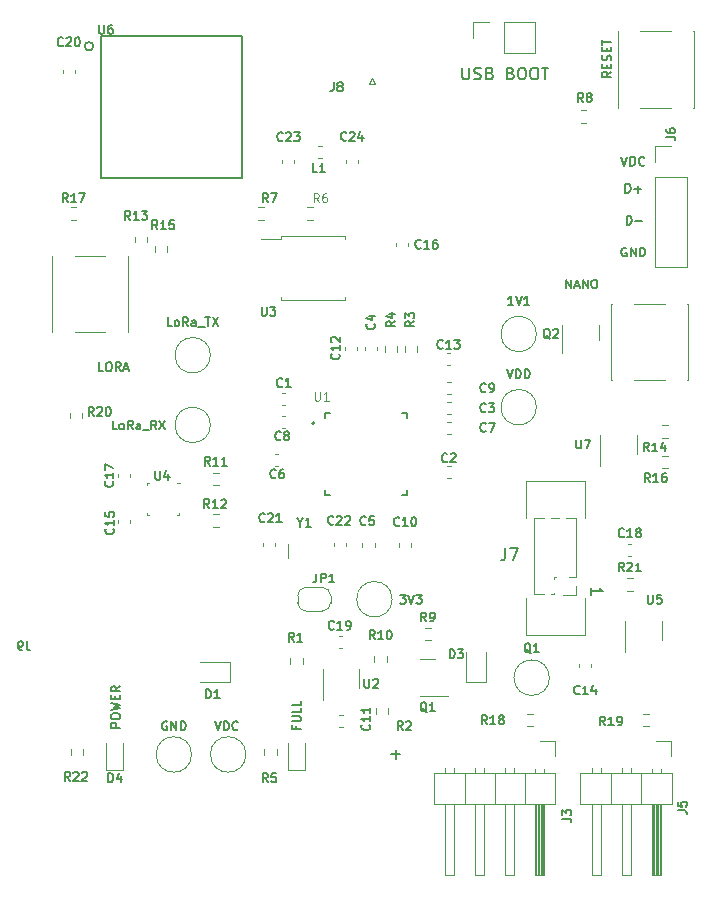
<source format=gto>
%TF.GenerationSoftware,KiCad,Pcbnew,6.0.2-378541a8eb~116~ubuntu20.04.1*%
%TF.CreationDate,2022-03-08T12:22:36-08:00*%
%TF.ProjectId,RP2040_WEDS,52503230-3430-45f5-9745-44532e6b6963,rev?*%
%TF.SameCoordinates,Original*%
%TF.FileFunction,Legend,Top*%
%TF.FilePolarity,Positive*%
%FSLAX46Y46*%
G04 Gerber Fmt 4.6, Leading zero omitted, Abs format (unit mm)*
G04 Created by KiCad (PCBNEW 6.0.2-378541a8eb~116~ubuntu20.04.1) date 2022-03-08 12:22:36*
%MOMM*%
%LPD*%
G01*
G04 APERTURE LIST*
%ADD10C,0.150000*%
%ADD11C,0.120000*%
%ADD12C,0.125000*%
%ADD13C,0.200000*%
%ADD14C,0.127000*%
%ADD15C,0.100000*%
G04 APERTURE END LIST*
D10*
X124587857Y-99039285D02*
X124230714Y-99039285D01*
X124230714Y-98289285D01*
X124980714Y-98289285D02*
X125123571Y-98289285D01*
X125195000Y-98325000D01*
X125266428Y-98396428D01*
X125302142Y-98539285D01*
X125302142Y-98789285D01*
X125266428Y-98932142D01*
X125195000Y-99003571D01*
X125123571Y-99039285D01*
X124980714Y-99039285D01*
X124909285Y-99003571D01*
X124837857Y-98932142D01*
X124802142Y-98789285D01*
X124802142Y-98539285D01*
X124837857Y-98396428D01*
X124909285Y-98325000D01*
X124980714Y-98289285D01*
X126052142Y-99039285D02*
X125802142Y-98682142D01*
X125623571Y-99039285D02*
X125623571Y-98289285D01*
X125909285Y-98289285D01*
X125980714Y-98325000D01*
X126016428Y-98360714D01*
X126052142Y-98432142D01*
X126052142Y-98539285D01*
X126016428Y-98610714D01*
X125980714Y-98646428D01*
X125909285Y-98682142D01*
X125623571Y-98682142D01*
X126337857Y-98825000D02*
X126695000Y-98825000D01*
X126266428Y-99039285D02*
X126516428Y-98289285D01*
X126766428Y-99039285D01*
X163723571Y-92039285D02*
X163723571Y-91289285D01*
X164152142Y-92039285D01*
X164152142Y-91289285D01*
X164473571Y-91825000D02*
X164830714Y-91825000D01*
X164402142Y-92039285D02*
X164652142Y-91289285D01*
X164902142Y-92039285D01*
X165152142Y-92039285D02*
X165152142Y-91289285D01*
X165580714Y-92039285D01*
X165580714Y-91289285D01*
X166080714Y-91289285D02*
X166223571Y-91289285D01*
X166295000Y-91325000D01*
X166366428Y-91396428D01*
X166402142Y-91539285D01*
X166402142Y-91789285D01*
X166366428Y-91932142D01*
X166295000Y-92003571D01*
X166223571Y-92039285D01*
X166080714Y-92039285D01*
X166009285Y-92003571D01*
X165937857Y-91932142D01*
X165902142Y-91789285D01*
X165902142Y-91539285D01*
X165937857Y-91396428D01*
X166009285Y-91325000D01*
X166080714Y-91289285D01*
X167584285Y-73689285D02*
X167227142Y-73939285D01*
X167584285Y-74117857D02*
X166834285Y-74117857D01*
X166834285Y-73832142D01*
X166870000Y-73760714D01*
X166905714Y-73725000D01*
X166977142Y-73689285D01*
X167084285Y-73689285D01*
X167155714Y-73725000D01*
X167191428Y-73760714D01*
X167227142Y-73832142D01*
X167227142Y-74117857D01*
X167191428Y-73367857D02*
X167191428Y-73117857D01*
X167584285Y-73010714D02*
X167584285Y-73367857D01*
X166834285Y-73367857D01*
X166834285Y-73010714D01*
X167548571Y-72725000D02*
X167584285Y-72617857D01*
X167584285Y-72439285D01*
X167548571Y-72367857D01*
X167512857Y-72332142D01*
X167441428Y-72296428D01*
X167370000Y-72296428D01*
X167298571Y-72332142D01*
X167262857Y-72367857D01*
X167227142Y-72439285D01*
X167191428Y-72582142D01*
X167155714Y-72653571D01*
X167120000Y-72689285D01*
X167048571Y-72725000D01*
X166977142Y-72725000D01*
X166905714Y-72689285D01*
X166870000Y-72653571D01*
X166834285Y-72582142D01*
X166834285Y-72403571D01*
X166870000Y-72296428D01*
X167191428Y-71975000D02*
X167191428Y-71725000D01*
X167584285Y-71617857D02*
X167584285Y-71975000D01*
X166834285Y-71975000D01*
X166834285Y-71617857D01*
X166834285Y-71403571D02*
X166834285Y-70975000D01*
X167584285Y-71189285D02*
X166834285Y-71189285D01*
D11*
X165345000Y-121350000D02*
X165345000Y-118250000D01*
X165345000Y-108350000D02*
X160345000Y-108350000D01*
X160345000Y-118250000D02*
X160345000Y-121350000D01*
X160345000Y-121350000D02*
X165345000Y-121350000D01*
X165345000Y-111450000D02*
X165345000Y-108350000D01*
X160345000Y-108350000D02*
X160345000Y-111450000D01*
D10*
X168884285Y-86639285D02*
X168884285Y-85889285D01*
X169062857Y-85889285D01*
X169170000Y-85925000D01*
X169241428Y-85996428D01*
X169277142Y-86067857D01*
X169312857Y-86210714D01*
X169312857Y-86317857D01*
X169277142Y-86460714D01*
X169241428Y-86532142D01*
X169170000Y-86603571D01*
X169062857Y-86639285D01*
X168884285Y-86639285D01*
X169634285Y-86353571D02*
X170205714Y-86353571D01*
X168445000Y-80889285D02*
X168695000Y-81639285D01*
X168945000Y-80889285D01*
X169195000Y-81639285D02*
X169195000Y-80889285D01*
X169373571Y-80889285D01*
X169480714Y-80925000D01*
X169552142Y-80996428D01*
X169587857Y-81067857D01*
X169623571Y-81210714D01*
X169623571Y-81317857D01*
X169587857Y-81460714D01*
X169552142Y-81532142D01*
X169480714Y-81603571D01*
X169373571Y-81639285D01*
X169195000Y-81639285D01*
X170373571Y-81567857D02*
X170337857Y-81603571D01*
X170230714Y-81639285D01*
X170159285Y-81639285D01*
X170052142Y-81603571D01*
X169980714Y-81532142D01*
X169945000Y-81460714D01*
X169909285Y-81317857D01*
X169909285Y-81210714D01*
X169945000Y-81067857D01*
X169980714Y-80996428D01*
X170052142Y-80925000D01*
X170159285Y-80889285D01*
X170230714Y-80889285D01*
X170337857Y-80925000D01*
X170373571Y-80960714D01*
X148964047Y-131471428D02*
X149725952Y-131471428D01*
X149345000Y-131852380D02*
X149345000Y-131090476D01*
X125984285Y-129232142D02*
X125234285Y-129232142D01*
X125234285Y-128946428D01*
X125270000Y-128875000D01*
X125305714Y-128839285D01*
X125377142Y-128803571D01*
X125484285Y-128803571D01*
X125555714Y-128839285D01*
X125591428Y-128875000D01*
X125627142Y-128946428D01*
X125627142Y-129232142D01*
X125234285Y-128339285D02*
X125234285Y-128196428D01*
X125270000Y-128125000D01*
X125341428Y-128053571D01*
X125484285Y-128017857D01*
X125734285Y-128017857D01*
X125877142Y-128053571D01*
X125948571Y-128125000D01*
X125984285Y-128196428D01*
X125984285Y-128339285D01*
X125948571Y-128410714D01*
X125877142Y-128482142D01*
X125734285Y-128517857D01*
X125484285Y-128517857D01*
X125341428Y-128482142D01*
X125270000Y-128410714D01*
X125234285Y-128339285D01*
X125234285Y-127767857D02*
X125984285Y-127589285D01*
X125448571Y-127446428D01*
X125984285Y-127303571D01*
X125234285Y-127125000D01*
X125591428Y-126839285D02*
X125591428Y-126589285D01*
X125984285Y-126482142D02*
X125984285Y-126839285D01*
X125234285Y-126839285D01*
X125234285Y-126482142D01*
X125984285Y-125732142D02*
X125627142Y-125982142D01*
X125984285Y-126160714D02*
X125234285Y-126160714D01*
X125234285Y-125875000D01*
X125270000Y-125803571D01*
X125305714Y-125767857D01*
X125377142Y-125732142D01*
X125484285Y-125732142D01*
X125555714Y-125767857D01*
X125591428Y-125803571D01*
X125627142Y-125875000D01*
X125627142Y-126160714D01*
X168784285Y-83939285D02*
X168784285Y-83189285D01*
X168962857Y-83189285D01*
X169070000Y-83225000D01*
X169141428Y-83296428D01*
X169177142Y-83367857D01*
X169212857Y-83510714D01*
X169212857Y-83617857D01*
X169177142Y-83760714D01*
X169141428Y-83832142D01*
X169070000Y-83903571D01*
X168962857Y-83939285D01*
X168784285Y-83939285D01*
X169534285Y-83653571D02*
X170105714Y-83653571D01*
X169820000Y-83939285D02*
X169820000Y-83367857D01*
X165892619Y-117985714D02*
X165892619Y-117414285D01*
X165892619Y-117700000D02*
X166892619Y-117700000D01*
X166749761Y-117604761D01*
X166654523Y-117509523D01*
X166606904Y-117414285D01*
X140891428Y-129092857D02*
X140891428Y-129342857D01*
X141284285Y-129342857D02*
X140534285Y-129342857D01*
X140534285Y-128985714D01*
X140534285Y-128700000D02*
X141141428Y-128700000D01*
X141212857Y-128664285D01*
X141248571Y-128628571D01*
X141284285Y-128557142D01*
X141284285Y-128414285D01*
X141248571Y-128342857D01*
X141212857Y-128307142D01*
X141141428Y-128271428D01*
X140534285Y-128271428D01*
X141284285Y-127557142D02*
X141284285Y-127914285D01*
X140534285Y-127914285D01*
X141284285Y-126950000D02*
X141284285Y-127307142D01*
X140534285Y-127307142D01*
X168873571Y-88625000D02*
X168802142Y-88589285D01*
X168695000Y-88589285D01*
X168587857Y-88625000D01*
X168516428Y-88696428D01*
X168480714Y-88767857D01*
X168445000Y-88910714D01*
X168445000Y-89017857D01*
X168480714Y-89160714D01*
X168516428Y-89232142D01*
X168587857Y-89303571D01*
X168695000Y-89339285D01*
X168766428Y-89339285D01*
X168873571Y-89303571D01*
X168909285Y-89267857D01*
X168909285Y-89017857D01*
X168766428Y-89017857D01*
X169230714Y-89339285D02*
X169230714Y-88589285D01*
X169659285Y-89339285D01*
X169659285Y-88589285D01*
X170016428Y-89339285D02*
X170016428Y-88589285D01*
X170195000Y-88589285D01*
X170302142Y-88625000D01*
X170373571Y-88696428D01*
X170409285Y-88767857D01*
X170445000Y-88910714D01*
X170445000Y-89017857D01*
X170409285Y-89160714D01*
X170373571Y-89232142D01*
X170302142Y-89303571D01*
X170195000Y-89339285D01*
X170016428Y-89339285D01*
%TO.C,C1*%
X139725000Y-100312857D02*
X139689285Y-100348571D01*
X139582142Y-100384285D01*
X139510714Y-100384285D01*
X139403571Y-100348571D01*
X139332142Y-100277142D01*
X139296428Y-100205714D01*
X139260714Y-100062857D01*
X139260714Y-99955714D01*
X139296428Y-99812857D01*
X139332142Y-99741428D01*
X139403571Y-99670000D01*
X139510714Y-99634285D01*
X139582142Y-99634285D01*
X139689285Y-99670000D01*
X139725000Y-99705714D01*
X140439285Y-100384285D02*
X140010714Y-100384285D01*
X140225000Y-100384285D02*
X140225000Y-99634285D01*
X140153571Y-99741428D01*
X140082142Y-99812857D01*
X140010714Y-99848571D01*
%TO.C,C2*%
X153690000Y-106692857D02*
X153654285Y-106728571D01*
X153547142Y-106764285D01*
X153475714Y-106764285D01*
X153368571Y-106728571D01*
X153297142Y-106657142D01*
X153261428Y-106585714D01*
X153225714Y-106442857D01*
X153225714Y-106335714D01*
X153261428Y-106192857D01*
X153297142Y-106121428D01*
X153368571Y-106050000D01*
X153475714Y-106014285D01*
X153547142Y-106014285D01*
X153654285Y-106050000D01*
X153690000Y-106085714D01*
X153975714Y-106085714D02*
X154011428Y-106050000D01*
X154082857Y-106014285D01*
X154261428Y-106014285D01*
X154332857Y-106050000D01*
X154368571Y-106085714D01*
X154404285Y-106157142D01*
X154404285Y-106228571D01*
X154368571Y-106335714D01*
X153940000Y-106764285D01*
X154404285Y-106764285D01*
%TO.C,C3*%
X156965000Y-102437857D02*
X156929285Y-102473571D01*
X156822142Y-102509285D01*
X156750714Y-102509285D01*
X156643571Y-102473571D01*
X156572142Y-102402142D01*
X156536428Y-102330714D01*
X156500714Y-102187857D01*
X156500714Y-102080714D01*
X156536428Y-101937857D01*
X156572142Y-101866428D01*
X156643571Y-101795000D01*
X156750714Y-101759285D01*
X156822142Y-101759285D01*
X156929285Y-101795000D01*
X156965000Y-101830714D01*
X157215000Y-101759285D02*
X157679285Y-101759285D01*
X157429285Y-102045000D01*
X157536428Y-102045000D01*
X157607857Y-102080714D01*
X157643571Y-102116428D01*
X157679285Y-102187857D01*
X157679285Y-102366428D01*
X157643571Y-102437857D01*
X157607857Y-102473571D01*
X157536428Y-102509285D01*
X157322142Y-102509285D01*
X157250714Y-102473571D01*
X157215000Y-102437857D01*
%TO.C,C4*%
X147512857Y-95025000D02*
X147548571Y-95060714D01*
X147584285Y-95167857D01*
X147584285Y-95239285D01*
X147548571Y-95346428D01*
X147477142Y-95417857D01*
X147405714Y-95453571D01*
X147262857Y-95489285D01*
X147155714Y-95489285D01*
X147012857Y-95453571D01*
X146941428Y-95417857D01*
X146870000Y-95346428D01*
X146834285Y-95239285D01*
X146834285Y-95167857D01*
X146870000Y-95060714D01*
X146905714Y-95025000D01*
X147084285Y-94382142D02*
X147584285Y-94382142D01*
X146798571Y-94560714D02*
X147334285Y-94739285D01*
X147334285Y-94275000D01*
%TO.C,C5*%
X146805000Y-112022857D02*
X146769285Y-112058571D01*
X146662142Y-112094285D01*
X146590714Y-112094285D01*
X146483571Y-112058571D01*
X146412142Y-111987142D01*
X146376428Y-111915714D01*
X146340714Y-111772857D01*
X146340714Y-111665714D01*
X146376428Y-111522857D01*
X146412142Y-111451428D01*
X146483571Y-111380000D01*
X146590714Y-111344285D01*
X146662142Y-111344285D01*
X146769285Y-111380000D01*
X146805000Y-111415714D01*
X147483571Y-111344285D02*
X147126428Y-111344285D01*
X147090714Y-111701428D01*
X147126428Y-111665714D01*
X147197857Y-111630000D01*
X147376428Y-111630000D01*
X147447857Y-111665714D01*
X147483571Y-111701428D01*
X147519285Y-111772857D01*
X147519285Y-111951428D01*
X147483571Y-112022857D01*
X147447857Y-112058571D01*
X147376428Y-112094285D01*
X147197857Y-112094285D01*
X147126428Y-112058571D01*
X147090714Y-112022857D01*
%TO.C,C6*%
X139175000Y-108042857D02*
X139139285Y-108078571D01*
X139032142Y-108114285D01*
X138960714Y-108114285D01*
X138853571Y-108078571D01*
X138782142Y-108007142D01*
X138746428Y-107935714D01*
X138710714Y-107792857D01*
X138710714Y-107685714D01*
X138746428Y-107542857D01*
X138782142Y-107471428D01*
X138853571Y-107400000D01*
X138960714Y-107364285D01*
X139032142Y-107364285D01*
X139139285Y-107400000D01*
X139175000Y-107435714D01*
X139817857Y-107364285D02*
X139675000Y-107364285D01*
X139603571Y-107400000D01*
X139567857Y-107435714D01*
X139496428Y-107542857D01*
X139460714Y-107685714D01*
X139460714Y-107971428D01*
X139496428Y-108042857D01*
X139532142Y-108078571D01*
X139603571Y-108114285D01*
X139746428Y-108114285D01*
X139817857Y-108078571D01*
X139853571Y-108042857D01*
X139889285Y-107971428D01*
X139889285Y-107792857D01*
X139853571Y-107721428D01*
X139817857Y-107685714D01*
X139746428Y-107650000D01*
X139603571Y-107650000D01*
X139532142Y-107685714D01*
X139496428Y-107721428D01*
X139460714Y-107792857D01*
%TO.C,C7*%
X156965000Y-104112857D02*
X156929285Y-104148571D01*
X156822142Y-104184285D01*
X156750714Y-104184285D01*
X156643571Y-104148571D01*
X156572142Y-104077142D01*
X156536428Y-104005714D01*
X156500714Y-103862857D01*
X156500714Y-103755714D01*
X156536428Y-103612857D01*
X156572142Y-103541428D01*
X156643571Y-103470000D01*
X156750714Y-103434285D01*
X156822142Y-103434285D01*
X156929285Y-103470000D01*
X156965000Y-103505714D01*
X157215000Y-103434285D02*
X157715000Y-103434285D01*
X157393571Y-104184285D01*
%TO.C,C8*%
X139595000Y-104832857D02*
X139559285Y-104868571D01*
X139452142Y-104904285D01*
X139380714Y-104904285D01*
X139273571Y-104868571D01*
X139202142Y-104797142D01*
X139166428Y-104725714D01*
X139130714Y-104582857D01*
X139130714Y-104475714D01*
X139166428Y-104332857D01*
X139202142Y-104261428D01*
X139273571Y-104190000D01*
X139380714Y-104154285D01*
X139452142Y-104154285D01*
X139559285Y-104190000D01*
X139595000Y-104225714D01*
X140023571Y-104475714D02*
X139952142Y-104440000D01*
X139916428Y-104404285D01*
X139880714Y-104332857D01*
X139880714Y-104297142D01*
X139916428Y-104225714D01*
X139952142Y-104190000D01*
X140023571Y-104154285D01*
X140166428Y-104154285D01*
X140237857Y-104190000D01*
X140273571Y-104225714D01*
X140309285Y-104297142D01*
X140309285Y-104332857D01*
X140273571Y-104404285D01*
X140237857Y-104440000D01*
X140166428Y-104475714D01*
X140023571Y-104475714D01*
X139952142Y-104511428D01*
X139916428Y-104547142D01*
X139880714Y-104618571D01*
X139880714Y-104761428D01*
X139916428Y-104832857D01*
X139952142Y-104868571D01*
X140023571Y-104904285D01*
X140166428Y-104904285D01*
X140237857Y-104868571D01*
X140273571Y-104832857D01*
X140309285Y-104761428D01*
X140309285Y-104618571D01*
X140273571Y-104547142D01*
X140237857Y-104511428D01*
X140166428Y-104475714D01*
%TO.C,C11*%
X147112857Y-128982142D02*
X147148571Y-129017857D01*
X147184285Y-129125000D01*
X147184285Y-129196428D01*
X147148571Y-129303571D01*
X147077142Y-129375000D01*
X147005714Y-129410714D01*
X146862857Y-129446428D01*
X146755714Y-129446428D01*
X146612857Y-129410714D01*
X146541428Y-129375000D01*
X146470000Y-129303571D01*
X146434285Y-129196428D01*
X146434285Y-129125000D01*
X146470000Y-129017857D01*
X146505714Y-128982142D01*
X147184285Y-128267857D02*
X147184285Y-128696428D01*
X147184285Y-128482142D02*
X146434285Y-128482142D01*
X146541428Y-128553571D01*
X146612857Y-128625000D01*
X146648571Y-128696428D01*
X147184285Y-127553571D02*
X147184285Y-127982142D01*
X147184285Y-127767857D02*
X146434285Y-127767857D01*
X146541428Y-127839285D01*
X146612857Y-127910714D01*
X146648571Y-127982142D01*
%TO.C,C10*%
X149642857Y-112092857D02*
X149607142Y-112128571D01*
X149500000Y-112164285D01*
X149428571Y-112164285D01*
X149321428Y-112128571D01*
X149250000Y-112057142D01*
X149214285Y-111985714D01*
X149178571Y-111842857D01*
X149178571Y-111735714D01*
X149214285Y-111592857D01*
X149250000Y-111521428D01*
X149321428Y-111450000D01*
X149428571Y-111414285D01*
X149500000Y-111414285D01*
X149607142Y-111450000D01*
X149642857Y-111485714D01*
X150357142Y-112164285D02*
X149928571Y-112164285D01*
X150142857Y-112164285D02*
X150142857Y-111414285D01*
X150071428Y-111521428D01*
X150000000Y-111592857D01*
X149928571Y-111628571D01*
X150821428Y-111414285D02*
X150892857Y-111414285D01*
X150964285Y-111450000D01*
X151000000Y-111485714D01*
X151035714Y-111557142D01*
X151071428Y-111700000D01*
X151071428Y-111878571D01*
X151035714Y-112021428D01*
X151000000Y-112092857D01*
X150964285Y-112128571D01*
X150892857Y-112164285D01*
X150821428Y-112164285D01*
X150750000Y-112128571D01*
X150714285Y-112092857D01*
X150678571Y-112021428D01*
X150642857Y-111878571D01*
X150642857Y-111700000D01*
X150678571Y-111557142D01*
X150714285Y-111485714D01*
X150750000Y-111450000D01*
X150821428Y-111414285D01*
%TO.C,C12*%
X144512857Y-97582142D02*
X144548571Y-97617857D01*
X144584285Y-97725000D01*
X144584285Y-97796428D01*
X144548571Y-97903571D01*
X144477142Y-97975000D01*
X144405714Y-98010714D01*
X144262857Y-98046428D01*
X144155714Y-98046428D01*
X144012857Y-98010714D01*
X143941428Y-97975000D01*
X143870000Y-97903571D01*
X143834285Y-97796428D01*
X143834285Y-97725000D01*
X143870000Y-97617857D01*
X143905714Y-97582142D01*
X144584285Y-96867857D02*
X144584285Y-97296428D01*
X144584285Y-97082142D02*
X143834285Y-97082142D01*
X143941428Y-97153571D01*
X144012857Y-97225000D01*
X144048571Y-97296428D01*
X143905714Y-96582142D02*
X143870000Y-96546428D01*
X143834285Y-96475000D01*
X143834285Y-96296428D01*
X143870000Y-96225000D01*
X143905714Y-96189285D01*
X143977142Y-96153571D01*
X144048571Y-96153571D01*
X144155714Y-96189285D01*
X144584285Y-96617857D01*
X144584285Y-96153571D01*
%TO.C,C13*%
X153317857Y-97092857D02*
X153282142Y-97128571D01*
X153175000Y-97164285D01*
X153103571Y-97164285D01*
X152996428Y-97128571D01*
X152925000Y-97057142D01*
X152889285Y-96985714D01*
X152853571Y-96842857D01*
X152853571Y-96735714D01*
X152889285Y-96592857D01*
X152925000Y-96521428D01*
X152996428Y-96450000D01*
X153103571Y-96414285D01*
X153175000Y-96414285D01*
X153282142Y-96450000D01*
X153317857Y-96485714D01*
X154032142Y-97164285D02*
X153603571Y-97164285D01*
X153817857Y-97164285D02*
X153817857Y-96414285D01*
X153746428Y-96521428D01*
X153675000Y-96592857D01*
X153603571Y-96628571D01*
X154282142Y-96414285D02*
X154746428Y-96414285D01*
X154496428Y-96700000D01*
X154603571Y-96700000D01*
X154675000Y-96735714D01*
X154710714Y-96771428D01*
X154746428Y-96842857D01*
X154746428Y-97021428D01*
X154710714Y-97092857D01*
X154675000Y-97128571D01*
X154603571Y-97164285D01*
X154389285Y-97164285D01*
X154317857Y-97128571D01*
X154282142Y-97092857D01*
%TO.C,C14*%
X164897857Y-126347857D02*
X164862142Y-126383571D01*
X164755000Y-126419285D01*
X164683571Y-126419285D01*
X164576428Y-126383571D01*
X164505000Y-126312142D01*
X164469285Y-126240714D01*
X164433571Y-126097857D01*
X164433571Y-125990714D01*
X164469285Y-125847857D01*
X164505000Y-125776428D01*
X164576428Y-125705000D01*
X164683571Y-125669285D01*
X164755000Y-125669285D01*
X164862142Y-125705000D01*
X164897857Y-125740714D01*
X165612142Y-126419285D02*
X165183571Y-126419285D01*
X165397857Y-126419285D02*
X165397857Y-125669285D01*
X165326428Y-125776428D01*
X165255000Y-125847857D01*
X165183571Y-125883571D01*
X166255000Y-125919285D02*
X166255000Y-126419285D01*
X166076428Y-125633571D02*
X165897857Y-126169285D01*
X166362142Y-126169285D01*
%TO.C,C15*%
X125412857Y-112382142D02*
X125448571Y-112417857D01*
X125484285Y-112525000D01*
X125484285Y-112596428D01*
X125448571Y-112703571D01*
X125377142Y-112775000D01*
X125305714Y-112810714D01*
X125162857Y-112846428D01*
X125055714Y-112846428D01*
X124912857Y-112810714D01*
X124841428Y-112775000D01*
X124770000Y-112703571D01*
X124734285Y-112596428D01*
X124734285Y-112525000D01*
X124770000Y-112417857D01*
X124805714Y-112382142D01*
X125484285Y-111667857D02*
X125484285Y-112096428D01*
X125484285Y-111882142D02*
X124734285Y-111882142D01*
X124841428Y-111953571D01*
X124912857Y-112025000D01*
X124948571Y-112096428D01*
X124734285Y-110989285D02*
X124734285Y-111346428D01*
X125091428Y-111382142D01*
X125055714Y-111346428D01*
X125020000Y-111275000D01*
X125020000Y-111096428D01*
X125055714Y-111025000D01*
X125091428Y-110989285D01*
X125162857Y-110953571D01*
X125341428Y-110953571D01*
X125412857Y-110989285D01*
X125448571Y-111025000D01*
X125484285Y-111096428D01*
X125484285Y-111275000D01*
X125448571Y-111346428D01*
X125412857Y-111382142D01*
%TO.C,C16*%
X151462857Y-88592857D02*
X151427142Y-88628571D01*
X151320000Y-88664285D01*
X151248571Y-88664285D01*
X151141428Y-88628571D01*
X151070000Y-88557142D01*
X151034285Y-88485714D01*
X150998571Y-88342857D01*
X150998571Y-88235714D01*
X151034285Y-88092857D01*
X151070000Y-88021428D01*
X151141428Y-87950000D01*
X151248571Y-87914285D01*
X151320000Y-87914285D01*
X151427142Y-87950000D01*
X151462857Y-87985714D01*
X152177142Y-88664285D02*
X151748571Y-88664285D01*
X151962857Y-88664285D02*
X151962857Y-87914285D01*
X151891428Y-88021428D01*
X151820000Y-88092857D01*
X151748571Y-88128571D01*
X152820000Y-87914285D02*
X152677142Y-87914285D01*
X152605714Y-87950000D01*
X152570000Y-87985714D01*
X152498571Y-88092857D01*
X152462857Y-88235714D01*
X152462857Y-88521428D01*
X152498571Y-88592857D01*
X152534285Y-88628571D01*
X152605714Y-88664285D01*
X152748571Y-88664285D01*
X152820000Y-88628571D01*
X152855714Y-88592857D01*
X152891428Y-88521428D01*
X152891428Y-88342857D01*
X152855714Y-88271428D01*
X152820000Y-88235714D01*
X152748571Y-88200000D01*
X152605714Y-88200000D01*
X152534285Y-88235714D01*
X152498571Y-88271428D01*
X152462857Y-88342857D01*
%TO.C,C17*%
X125362857Y-108382142D02*
X125398571Y-108417857D01*
X125434285Y-108525000D01*
X125434285Y-108596428D01*
X125398571Y-108703571D01*
X125327142Y-108775000D01*
X125255714Y-108810714D01*
X125112857Y-108846428D01*
X125005714Y-108846428D01*
X124862857Y-108810714D01*
X124791428Y-108775000D01*
X124720000Y-108703571D01*
X124684285Y-108596428D01*
X124684285Y-108525000D01*
X124720000Y-108417857D01*
X124755714Y-108382142D01*
X125434285Y-107667857D02*
X125434285Y-108096428D01*
X125434285Y-107882142D02*
X124684285Y-107882142D01*
X124791428Y-107953571D01*
X124862857Y-108025000D01*
X124898571Y-108096428D01*
X124684285Y-107417857D02*
X124684285Y-106917857D01*
X125434285Y-107239285D01*
%TO.C,C18*%
X168662857Y-113037857D02*
X168627142Y-113073571D01*
X168520000Y-113109285D01*
X168448571Y-113109285D01*
X168341428Y-113073571D01*
X168270000Y-113002142D01*
X168234285Y-112930714D01*
X168198571Y-112787857D01*
X168198571Y-112680714D01*
X168234285Y-112537857D01*
X168270000Y-112466428D01*
X168341428Y-112395000D01*
X168448571Y-112359285D01*
X168520000Y-112359285D01*
X168627142Y-112395000D01*
X168662857Y-112430714D01*
X169377142Y-113109285D02*
X168948571Y-113109285D01*
X169162857Y-113109285D02*
X169162857Y-112359285D01*
X169091428Y-112466428D01*
X169020000Y-112537857D01*
X168948571Y-112573571D01*
X169805714Y-112680714D02*
X169734285Y-112645000D01*
X169698571Y-112609285D01*
X169662857Y-112537857D01*
X169662857Y-112502142D01*
X169698571Y-112430714D01*
X169734285Y-112395000D01*
X169805714Y-112359285D01*
X169948571Y-112359285D01*
X170020000Y-112395000D01*
X170055714Y-112430714D01*
X170091428Y-112502142D01*
X170091428Y-112537857D01*
X170055714Y-112609285D01*
X170020000Y-112645000D01*
X169948571Y-112680714D01*
X169805714Y-112680714D01*
X169734285Y-112716428D01*
X169698571Y-112752142D01*
X169662857Y-112823571D01*
X169662857Y-112966428D01*
X169698571Y-113037857D01*
X169734285Y-113073571D01*
X169805714Y-113109285D01*
X169948571Y-113109285D01*
X170020000Y-113073571D01*
X170055714Y-113037857D01*
X170091428Y-112966428D01*
X170091428Y-112823571D01*
X170055714Y-112752142D01*
X170020000Y-112716428D01*
X169948571Y-112680714D01*
%TO.C,C20*%
X121162857Y-71467857D02*
X121127142Y-71503571D01*
X121020000Y-71539285D01*
X120948571Y-71539285D01*
X120841428Y-71503571D01*
X120770000Y-71432142D01*
X120734285Y-71360714D01*
X120698571Y-71217857D01*
X120698571Y-71110714D01*
X120734285Y-70967857D01*
X120770000Y-70896428D01*
X120841428Y-70825000D01*
X120948571Y-70789285D01*
X121020000Y-70789285D01*
X121127142Y-70825000D01*
X121162857Y-70860714D01*
X121448571Y-70860714D02*
X121484285Y-70825000D01*
X121555714Y-70789285D01*
X121734285Y-70789285D01*
X121805714Y-70825000D01*
X121841428Y-70860714D01*
X121877142Y-70932142D01*
X121877142Y-71003571D01*
X121841428Y-71110714D01*
X121412857Y-71539285D01*
X121877142Y-71539285D01*
X122341428Y-70789285D02*
X122412857Y-70789285D01*
X122484285Y-70825000D01*
X122520000Y-70860714D01*
X122555714Y-70932142D01*
X122591428Y-71075000D01*
X122591428Y-71253571D01*
X122555714Y-71396428D01*
X122520000Y-71467857D01*
X122484285Y-71503571D01*
X122412857Y-71539285D01*
X122341428Y-71539285D01*
X122270000Y-71503571D01*
X122234285Y-71467857D01*
X122198571Y-71396428D01*
X122162857Y-71253571D01*
X122162857Y-71075000D01*
X122198571Y-70932142D01*
X122234285Y-70860714D01*
X122270000Y-70825000D01*
X122341428Y-70789285D01*
%TO.C,C21*%
X138237857Y-111742857D02*
X138202142Y-111778571D01*
X138095000Y-111814285D01*
X138023571Y-111814285D01*
X137916428Y-111778571D01*
X137845000Y-111707142D01*
X137809285Y-111635714D01*
X137773571Y-111492857D01*
X137773571Y-111385714D01*
X137809285Y-111242857D01*
X137845000Y-111171428D01*
X137916428Y-111100000D01*
X138023571Y-111064285D01*
X138095000Y-111064285D01*
X138202142Y-111100000D01*
X138237857Y-111135714D01*
X138523571Y-111135714D02*
X138559285Y-111100000D01*
X138630714Y-111064285D01*
X138809285Y-111064285D01*
X138880714Y-111100000D01*
X138916428Y-111135714D01*
X138952142Y-111207142D01*
X138952142Y-111278571D01*
X138916428Y-111385714D01*
X138487857Y-111814285D01*
X138952142Y-111814285D01*
X139666428Y-111814285D02*
X139237857Y-111814285D01*
X139452142Y-111814285D02*
X139452142Y-111064285D01*
X139380714Y-111171428D01*
X139309285Y-111242857D01*
X139237857Y-111278571D01*
%TO.C,C22*%
X144057857Y-111967857D02*
X144022142Y-112003571D01*
X143915000Y-112039285D01*
X143843571Y-112039285D01*
X143736428Y-112003571D01*
X143665000Y-111932142D01*
X143629285Y-111860714D01*
X143593571Y-111717857D01*
X143593571Y-111610714D01*
X143629285Y-111467857D01*
X143665000Y-111396428D01*
X143736428Y-111325000D01*
X143843571Y-111289285D01*
X143915000Y-111289285D01*
X144022142Y-111325000D01*
X144057857Y-111360714D01*
X144343571Y-111360714D02*
X144379285Y-111325000D01*
X144450714Y-111289285D01*
X144629285Y-111289285D01*
X144700714Y-111325000D01*
X144736428Y-111360714D01*
X144772142Y-111432142D01*
X144772142Y-111503571D01*
X144736428Y-111610714D01*
X144307857Y-112039285D01*
X144772142Y-112039285D01*
X145057857Y-111360714D02*
X145093571Y-111325000D01*
X145165000Y-111289285D01*
X145343571Y-111289285D01*
X145415000Y-111325000D01*
X145450714Y-111360714D01*
X145486428Y-111432142D01*
X145486428Y-111503571D01*
X145450714Y-111610714D01*
X145022142Y-112039285D01*
X145486428Y-112039285D01*
%TO.C,C23*%
X139762857Y-79492857D02*
X139727142Y-79528571D01*
X139620000Y-79564285D01*
X139548571Y-79564285D01*
X139441428Y-79528571D01*
X139370000Y-79457142D01*
X139334285Y-79385714D01*
X139298571Y-79242857D01*
X139298571Y-79135714D01*
X139334285Y-78992857D01*
X139370000Y-78921428D01*
X139441428Y-78850000D01*
X139548571Y-78814285D01*
X139620000Y-78814285D01*
X139727142Y-78850000D01*
X139762857Y-78885714D01*
X140048571Y-78885714D02*
X140084285Y-78850000D01*
X140155714Y-78814285D01*
X140334285Y-78814285D01*
X140405714Y-78850000D01*
X140441428Y-78885714D01*
X140477142Y-78957142D01*
X140477142Y-79028571D01*
X140441428Y-79135714D01*
X140012857Y-79564285D01*
X140477142Y-79564285D01*
X140727142Y-78814285D02*
X141191428Y-78814285D01*
X140941428Y-79100000D01*
X141048571Y-79100000D01*
X141120000Y-79135714D01*
X141155714Y-79171428D01*
X141191428Y-79242857D01*
X141191428Y-79421428D01*
X141155714Y-79492857D01*
X141120000Y-79528571D01*
X141048571Y-79564285D01*
X140834285Y-79564285D01*
X140762857Y-79528571D01*
X140727142Y-79492857D01*
%TO.C,C24*%
X145162857Y-79467857D02*
X145127142Y-79503571D01*
X145020000Y-79539285D01*
X144948571Y-79539285D01*
X144841428Y-79503571D01*
X144770000Y-79432142D01*
X144734285Y-79360714D01*
X144698571Y-79217857D01*
X144698571Y-79110714D01*
X144734285Y-78967857D01*
X144770000Y-78896428D01*
X144841428Y-78825000D01*
X144948571Y-78789285D01*
X145020000Y-78789285D01*
X145127142Y-78825000D01*
X145162857Y-78860714D01*
X145448571Y-78860714D02*
X145484285Y-78825000D01*
X145555714Y-78789285D01*
X145734285Y-78789285D01*
X145805714Y-78825000D01*
X145841428Y-78860714D01*
X145877142Y-78932142D01*
X145877142Y-79003571D01*
X145841428Y-79110714D01*
X145412857Y-79539285D01*
X145877142Y-79539285D01*
X146520000Y-79039285D02*
X146520000Y-79539285D01*
X146341428Y-78753571D02*
X146162857Y-79289285D01*
X146627142Y-79289285D01*
%TO.C,D1*%
X133276428Y-126744285D02*
X133276428Y-125994285D01*
X133455000Y-125994285D01*
X133562142Y-126030000D01*
X133633571Y-126101428D01*
X133669285Y-126172857D01*
X133705000Y-126315714D01*
X133705000Y-126422857D01*
X133669285Y-126565714D01*
X133633571Y-126637142D01*
X133562142Y-126708571D01*
X133455000Y-126744285D01*
X133276428Y-126744285D01*
X134419285Y-126744285D02*
X133990714Y-126744285D01*
X134205000Y-126744285D02*
X134205000Y-125994285D01*
X134133571Y-126101428D01*
X134062142Y-126172857D01*
X133990714Y-126208571D01*
%TO.C,D3*%
X153891428Y-123339285D02*
X153891428Y-122589285D01*
X154070000Y-122589285D01*
X154177142Y-122625000D01*
X154248571Y-122696428D01*
X154284285Y-122767857D01*
X154320000Y-122910714D01*
X154320000Y-123017857D01*
X154284285Y-123160714D01*
X154248571Y-123232142D01*
X154177142Y-123303571D01*
X154070000Y-123339285D01*
X153891428Y-123339285D01*
X154570000Y-122589285D02*
X155034285Y-122589285D01*
X154784285Y-122875000D01*
X154891428Y-122875000D01*
X154962857Y-122910714D01*
X154998571Y-122946428D01*
X155034285Y-123017857D01*
X155034285Y-123196428D01*
X154998571Y-123267857D01*
X154962857Y-123303571D01*
X154891428Y-123339285D01*
X154677142Y-123339285D01*
X154605714Y-123303571D01*
X154570000Y-123267857D01*
%TO.C,J5*%
X173234285Y-136235000D02*
X173770000Y-136235000D01*
X173877142Y-136270714D01*
X173948571Y-136342142D01*
X173984285Y-136449285D01*
X173984285Y-136520714D01*
X173234285Y-135520714D02*
X173234285Y-135877857D01*
X173591428Y-135913571D01*
X173555714Y-135877857D01*
X173520000Y-135806428D01*
X173520000Y-135627857D01*
X173555714Y-135556428D01*
X173591428Y-135520714D01*
X173662857Y-135485000D01*
X173841428Y-135485000D01*
X173912857Y-135520714D01*
X173948571Y-135556428D01*
X173984285Y-135627857D01*
X173984285Y-135806428D01*
X173948571Y-135877857D01*
X173912857Y-135913571D01*
%TO.C,J3*%
X163434285Y-136950000D02*
X163970000Y-136950000D01*
X164077142Y-136985714D01*
X164148571Y-137057142D01*
X164184285Y-137164285D01*
X164184285Y-137235714D01*
X163434285Y-136664285D02*
X163434285Y-136200000D01*
X163720000Y-136450000D01*
X163720000Y-136342857D01*
X163755714Y-136271428D01*
X163791428Y-136235714D01*
X163862857Y-136200000D01*
X164041428Y-136200000D01*
X164112857Y-136235714D01*
X164148571Y-136271428D01*
X164184285Y-136342857D01*
X164184285Y-136557142D01*
X164148571Y-136628571D01*
X164112857Y-136664285D01*
%TO.C,J7*%
X158611666Y-114052380D02*
X158611666Y-114766666D01*
X158564047Y-114909523D01*
X158468809Y-115004761D01*
X158325952Y-115052380D01*
X158230714Y-115052380D01*
X158992619Y-114052380D02*
X159659285Y-114052380D01*
X159230714Y-115052380D01*
%TO.C,L1*%
X142700000Y-82209285D02*
X142342857Y-82209285D01*
X142342857Y-81459285D01*
X143342857Y-82209285D02*
X142914285Y-82209285D01*
X143128571Y-82209285D02*
X143128571Y-81459285D01*
X143057142Y-81566428D01*
X142985714Y-81637857D01*
X142914285Y-81673571D01*
%TO.C,Q1*%
X151973571Y-127910714D02*
X151902142Y-127875000D01*
X151830714Y-127803571D01*
X151723571Y-127696428D01*
X151652142Y-127660714D01*
X151580714Y-127660714D01*
X151616428Y-127839285D02*
X151545000Y-127803571D01*
X151473571Y-127732142D01*
X151437857Y-127589285D01*
X151437857Y-127339285D01*
X151473571Y-127196428D01*
X151545000Y-127125000D01*
X151616428Y-127089285D01*
X151759285Y-127089285D01*
X151830714Y-127125000D01*
X151902142Y-127196428D01*
X151937857Y-127339285D01*
X151937857Y-127589285D01*
X151902142Y-127732142D01*
X151830714Y-127803571D01*
X151759285Y-127839285D01*
X151616428Y-127839285D01*
X152652142Y-127839285D02*
X152223571Y-127839285D01*
X152437857Y-127839285D02*
X152437857Y-127089285D01*
X152366428Y-127196428D01*
X152295000Y-127267857D01*
X152223571Y-127303571D01*
%TO.C,Q2*%
X162418571Y-96305714D02*
X162347142Y-96270000D01*
X162275714Y-96198571D01*
X162168571Y-96091428D01*
X162097142Y-96055714D01*
X162025714Y-96055714D01*
X162061428Y-96234285D02*
X161990000Y-96198571D01*
X161918571Y-96127142D01*
X161882857Y-95984285D01*
X161882857Y-95734285D01*
X161918571Y-95591428D01*
X161990000Y-95520000D01*
X162061428Y-95484285D01*
X162204285Y-95484285D01*
X162275714Y-95520000D01*
X162347142Y-95591428D01*
X162382857Y-95734285D01*
X162382857Y-95984285D01*
X162347142Y-96127142D01*
X162275714Y-96198571D01*
X162204285Y-96234285D01*
X162061428Y-96234285D01*
X162668571Y-95555714D02*
X162704285Y-95520000D01*
X162775714Y-95484285D01*
X162954285Y-95484285D01*
X163025714Y-95520000D01*
X163061428Y-95555714D01*
X163097142Y-95627142D01*
X163097142Y-95698571D01*
X163061428Y-95805714D01*
X162632857Y-96234285D01*
X163097142Y-96234285D01*
%TO.C,R1*%
X140720000Y-121939285D02*
X140470000Y-121582142D01*
X140291428Y-121939285D02*
X140291428Y-121189285D01*
X140577142Y-121189285D01*
X140648571Y-121225000D01*
X140684285Y-121260714D01*
X140720000Y-121332142D01*
X140720000Y-121439285D01*
X140684285Y-121510714D01*
X140648571Y-121546428D01*
X140577142Y-121582142D01*
X140291428Y-121582142D01*
X141434285Y-121939285D02*
X141005714Y-121939285D01*
X141220000Y-121939285D02*
X141220000Y-121189285D01*
X141148571Y-121296428D01*
X141077142Y-121367857D01*
X141005714Y-121403571D01*
%TO.C,R7*%
X138520000Y-84739285D02*
X138270000Y-84382142D01*
X138091428Y-84739285D02*
X138091428Y-83989285D01*
X138377142Y-83989285D01*
X138448571Y-84025000D01*
X138484285Y-84060714D01*
X138520000Y-84132142D01*
X138520000Y-84239285D01*
X138484285Y-84310714D01*
X138448571Y-84346428D01*
X138377142Y-84382142D01*
X138091428Y-84382142D01*
X138770000Y-83989285D02*
X139270000Y-83989285D01*
X138948571Y-84739285D01*
%TO.C,R8*%
X165220000Y-76239285D02*
X164970000Y-75882142D01*
X164791428Y-76239285D02*
X164791428Y-75489285D01*
X165077142Y-75489285D01*
X165148571Y-75525000D01*
X165184285Y-75560714D01*
X165220000Y-75632142D01*
X165220000Y-75739285D01*
X165184285Y-75810714D01*
X165148571Y-75846428D01*
X165077142Y-75882142D01*
X164791428Y-75882142D01*
X165648571Y-75810714D02*
X165577142Y-75775000D01*
X165541428Y-75739285D01*
X165505714Y-75667857D01*
X165505714Y-75632142D01*
X165541428Y-75560714D01*
X165577142Y-75525000D01*
X165648571Y-75489285D01*
X165791428Y-75489285D01*
X165862857Y-75525000D01*
X165898571Y-75560714D01*
X165934285Y-75632142D01*
X165934285Y-75667857D01*
X165898571Y-75739285D01*
X165862857Y-75775000D01*
X165791428Y-75810714D01*
X165648571Y-75810714D01*
X165577142Y-75846428D01*
X165541428Y-75882142D01*
X165505714Y-75953571D01*
X165505714Y-76096428D01*
X165541428Y-76167857D01*
X165577142Y-76203571D01*
X165648571Y-76239285D01*
X165791428Y-76239285D01*
X165862857Y-76203571D01*
X165898571Y-76167857D01*
X165934285Y-76096428D01*
X165934285Y-75953571D01*
X165898571Y-75882142D01*
X165862857Y-75846428D01*
X165791428Y-75810714D01*
%TO.C,R9*%
X151920000Y-120239285D02*
X151670000Y-119882142D01*
X151491428Y-120239285D02*
X151491428Y-119489285D01*
X151777142Y-119489285D01*
X151848571Y-119525000D01*
X151884285Y-119560714D01*
X151920000Y-119632142D01*
X151920000Y-119739285D01*
X151884285Y-119810714D01*
X151848571Y-119846428D01*
X151777142Y-119882142D01*
X151491428Y-119882142D01*
X152277142Y-120239285D02*
X152420000Y-120239285D01*
X152491428Y-120203571D01*
X152527142Y-120167857D01*
X152598571Y-120060714D01*
X152634285Y-119917857D01*
X152634285Y-119632142D01*
X152598571Y-119560714D01*
X152562857Y-119525000D01*
X152491428Y-119489285D01*
X152348571Y-119489285D01*
X152277142Y-119525000D01*
X152241428Y-119560714D01*
X152205714Y-119632142D01*
X152205714Y-119810714D01*
X152241428Y-119882142D01*
X152277142Y-119917857D01*
X152348571Y-119953571D01*
X152491428Y-119953571D01*
X152562857Y-119917857D01*
X152598571Y-119882142D01*
X152634285Y-119810714D01*
%TO.C,R11*%
X133612857Y-107039285D02*
X133362857Y-106682142D01*
X133184285Y-107039285D02*
X133184285Y-106289285D01*
X133470000Y-106289285D01*
X133541428Y-106325000D01*
X133577142Y-106360714D01*
X133612857Y-106432142D01*
X133612857Y-106539285D01*
X133577142Y-106610714D01*
X133541428Y-106646428D01*
X133470000Y-106682142D01*
X133184285Y-106682142D01*
X134327142Y-107039285D02*
X133898571Y-107039285D01*
X134112857Y-107039285D02*
X134112857Y-106289285D01*
X134041428Y-106396428D01*
X133970000Y-106467857D01*
X133898571Y-106503571D01*
X135041428Y-107039285D02*
X134612857Y-107039285D01*
X134827142Y-107039285D02*
X134827142Y-106289285D01*
X134755714Y-106396428D01*
X134684285Y-106467857D01*
X134612857Y-106503571D01*
%TO.C,R12*%
X133562857Y-110639285D02*
X133312857Y-110282142D01*
X133134285Y-110639285D02*
X133134285Y-109889285D01*
X133420000Y-109889285D01*
X133491428Y-109925000D01*
X133527142Y-109960714D01*
X133562857Y-110032142D01*
X133562857Y-110139285D01*
X133527142Y-110210714D01*
X133491428Y-110246428D01*
X133420000Y-110282142D01*
X133134285Y-110282142D01*
X134277142Y-110639285D02*
X133848571Y-110639285D01*
X134062857Y-110639285D02*
X134062857Y-109889285D01*
X133991428Y-109996428D01*
X133920000Y-110067857D01*
X133848571Y-110103571D01*
X134562857Y-109960714D02*
X134598571Y-109925000D01*
X134670000Y-109889285D01*
X134848571Y-109889285D01*
X134920000Y-109925000D01*
X134955714Y-109960714D01*
X134991428Y-110032142D01*
X134991428Y-110103571D01*
X134955714Y-110210714D01*
X134527142Y-110639285D01*
X134991428Y-110639285D01*
%TO.C,R13*%
X126862857Y-86239285D02*
X126612857Y-85882142D01*
X126434285Y-86239285D02*
X126434285Y-85489285D01*
X126720000Y-85489285D01*
X126791428Y-85525000D01*
X126827142Y-85560714D01*
X126862857Y-85632142D01*
X126862857Y-85739285D01*
X126827142Y-85810714D01*
X126791428Y-85846428D01*
X126720000Y-85882142D01*
X126434285Y-85882142D01*
X127577142Y-86239285D02*
X127148571Y-86239285D01*
X127362857Y-86239285D02*
X127362857Y-85489285D01*
X127291428Y-85596428D01*
X127220000Y-85667857D01*
X127148571Y-85703571D01*
X127827142Y-85489285D02*
X128291428Y-85489285D01*
X128041428Y-85775000D01*
X128148571Y-85775000D01*
X128220000Y-85810714D01*
X128255714Y-85846428D01*
X128291428Y-85917857D01*
X128291428Y-86096428D01*
X128255714Y-86167857D01*
X128220000Y-86203571D01*
X128148571Y-86239285D01*
X127934285Y-86239285D01*
X127862857Y-86203571D01*
X127827142Y-86167857D01*
%TO.C,R14*%
X170762857Y-105839285D02*
X170512857Y-105482142D01*
X170334285Y-105839285D02*
X170334285Y-105089285D01*
X170620000Y-105089285D01*
X170691428Y-105125000D01*
X170727142Y-105160714D01*
X170762857Y-105232142D01*
X170762857Y-105339285D01*
X170727142Y-105410714D01*
X170691428Y-105446428D01*
X170620000Y-105482142D01*
X170334285Y-105482142D01*
X171477142Y-105839285D02*
X171048571Y-105839285D01*
X171262857Y-105839285D02*
X171262857Y-105089285D01*
X171191428Y-105196428D01*
X171120000Y-105267857D01*
X171048571Y-105303571D01*
X172120000Y-105339285D02*
X172120000Y-105839285D01*
X171941428Y-105053571D02*
X171762857Y-105589285D01*
X172227142Y-105589285D01*
%TO.C,R15*%
X129162857Y-87039285D02*
X128912857Y-86682142D01*
X128734285Y-87039285D02*
X128734285Y-86289285D01*
X129020000Y-86289285D01*
X129091428Y-86325000D01*
X129127142Y-86360714D01*
X129162857Y-86432142D01*
X129162857Y-86539285D01*
X129127142Y-86610714D01*
X129091428Y-86646428D01*
X129020000Y-86682142D01*
X128734285Y-86682142D01*
X129877142Y-87039285D02*
X129448571Y-87039285D01*
X129662857Y-87039285D02*
X129662857Y-86289285D01*
X129591428Y-86396428D01*
X129520000Y-86467857D01*
X129448571Y-86503571D01*
X130555714Y-86289285D02*
X130198571Y-86289285D01*
X130162857Y-86646428D01*
X130198571Y-86610714D01*
X130270000Y-86575000D01*
X130448571Y-86575000D01*
X130520000Y-86610714D01*
X130555714Y-86646428D01*
X130591428Y-86717857D01*
X130591428Y-86896428D01*
X130555714Y-86967857D01*
X130520000Y-87003571D01*
X130448571Y-87039285D01*
X130270000Y-87039285D01*
X130198571Y-87003571D01*
X130162857Y-86967857D01*
%TO.C,R16*%
X170862857Y-108439285D02*
X170612857Y-108082142D01*
X170434285Y-108439285D02*
X170434285Y-107689285D01*
X170720000Y-107689285D01*
X170791428Y-107725000D01*
X170827142Y-107760714D01*
X170862857Y-107832142D01*
X170862857Y-107939285D01*
X170827142Y-108010714D01*
X170791428Y-108046428D01*
X170720000Y-108082142D01*
X170434285Y-108082142D01*
X171577142Y-108439285D02*
X171148571Y-108439285D01*
X171362857Y-108439285D02*
X171362857Y-107689285D01*
X171291428Y-107796428D01*
X171220000Y-107867857D01*
X171148571Y-107903571D01*
X172220000Y-107689285D02*
X172077142Y-107689285D01*
X172005714Y-107725000D01*
X171970000Y-107760714D01*
X171898571Y-107867857D01*
X171862857Y-108010714D01*
X171862857Y-108296428D01*
X171898571Y-108367857D01*
X171934285Y-108403571D01*
X172005714Y-108439285D01*
X172148571Y-108439285D01*
X172220000Y-108403571D01*
X172255714Y-108367857D01*
X172291428Y-108296428D01*
X172291428Y-108117857D01*
X172255714Y-108046428D01*
X172220000Y-108010714D01*
X172148571Y-107975000D01*
X172005714Y-107975000D01*
X171934285Y-108010714D01*
X171898571Y-108046428D01*
X171862857Y-108117857D01*
%TO.C,R17*%
X121562857Y-84739285D02*
X121312857Y-84382142D01*
X121134285Y-84739285D02*
X121134285Y-83989285D01*
X121420000Y-83989285D01*
X121491428Y-84025000D01*
X121527142Y-84060714D01*
X121562857Y-84132142D01*
X121562857Y-84239285D01*
X121527142Y-84310714D01*
X121491428Y-84346428D01*
X121420000Y-84382142D01*
X121134285Y-84382142D01*
X122277142Y-84739285D02*
X121848571Y-84739285D01*
X122062857Y-84739285D02*
X122062857Y-83989285D01*
X121991428Y-84096428D01*
X121920000Y-84167857D01*
X121848571Y-84203571D01*
X122527142Y-83989285D02*
X123027142Y-83989285D01*
X122705714Y-84739285D01*
D12*
%TO.C,U1*%
X142478571Y-100789285D02*
X142478571Y-101396428D01*
X142514285Y-101467857D01*
X142550000Y-101503571D01*
X142621428Y-101539285D01*
X142764285Y-101539285D01*
X142835714Y-101503571D01*
X142871428Y-101467857D01*
X142907142Y-101396428D01*
X142907142Y-100789285D01*
X143657142Y-101539285D02*
X143228571Y-101539285D01*
X143442857Y-101539285D02*
X143442857Y-100789285D01*
X143371428Y-100896428D01*
X143300000Y-100967857D01*
X143228571Y-101003571D01*
D10*
%TO.C,U2*%
X146673571Y-125089285D02*
X146673571Y-125696428D01*
X146709285Y-125767857D01*
X146745000Y-125803571D01*
X146816428Y-125839285D01*
X146959285Y-125839285D01*
X147030714Y-125803571D01*
X147066428Y-125767857D01*
X147102142Y-125696428D01*
X147102142Y-125089285D01*
X147423571Y-125160714D02*
X147459285Y-125125000D01*
X147530714Y-125089285D01*
X147709285Y-125089285D01*
X147780714Y-125125000D01*
X147816428Y-125160714D01*
X147852142Y-125232142D01*
X147852142Y-125303571D01*
X147816428Y-125410714D01*
X147387857Y-125839285D01*
X147852142Y-125839285D01*
%TO.C,U3*%
X137973571Y-93589285D02*
X137973571Y-94196428D01*
X138009285Y-94267857D01*
X138045000Y-94303571D01*
X138116428Y-94339285D01*
X138259285Y-94339285D01*
X138330714Y-94303571D01*
X138366428Y-94267857D01*
X138402142Y-94196428D01*
X138402142Y-93589285D01*
X138687857Y-93589285D02*
X139152142Y-93589285D01*
X138902142Y-93875000D01*
X139009285Y-93875000D01*
X139080714Y-93910714D01*
X139116428Y-93946428D01*
X139152142Y-94017857D01*
X139152142Y-94196428D01*
X139116428Y-94267857D01*
X139080714Y-94303571D01*
X139009285Y-94339285D01*
X138795000Y-94339285D01*
X138723571Y-94303571D01*
X138687857Y-94267857D01*
%TO.C,U4*%
X128973571Y-107489285D02*
X128973571Y-108096428D01*
X129009285Y-108167857D01*
X129045000Y-108203571D01*
X129116428Y-108239285D01*
X129259285Y-108239285D01*
X129330714Y-108203571D01*
X129366428Y-108167857D01*
X129402142Y-108096428D01*
X129402142Y-107489285D01*
X130080714Y-107739285D02*
X130080714Y-108239285D01*
X129902142Y-107453571D02*
X129723571Y-107989285D01*
X130187857Y-107989285D01*
%TO.C,U6*%
X124218571Y-69734285D02*
X124218571Y-70341428D01*
X124254285Y-70412857D01*
X124290000Y-70448571D01*
X124361428Y-70484285D01*
X124504285Y-70484285D01*
X124575714Y-70448571D01*
X124611428Y-70412857D01*
X124647142Y-70341428D01*
X124647142Y-69734285D01*
X125325714Y-69734285D02*
X125182857Y-69734285D01*
X125111428Y-69770000D01*
X125075714Y-69805714D01*
X125004285Y-69912857D01*
X124968571Y-70055714D01*
X124968571Y-70341428D01*
X125004285Y-70412857D01*
X125040000Y-70448571D01*
X125111428Y-70484285D01*
X125254285Y-70484285D01*
X125325714Y-70448571D01*
X125361428Y-70412857D01*
X125397142Y-70341428D01*
X125397142Y-70162857D01*
X125361428Y-70091428D01*
X125325714Y-70055714D01*
X125254285Y-70020000D01*
X125111428Y-70020000D01*
X125040000Y-70055714D01*
X125004285Y-70091428D01*
X124968571Y-70162857D01*
%TO.C,U7*%
X164608571Y-104844285D02*
X164608571Y-105451428D01*
X164644285Y-105522857D01*
X164680000Y-105558571D01*
X164751428Y-105594285D01*
X164894285Y-105594285D01*
X164965714Y-105558571D01*
X165001428Y-105522857D01*
X165037142Y-105451428D01*
X165037142Y-104844285D01*
X165322857Y-104844285D02*
X165822857Y-104844285D01*
X165501428Y-105594285D01*
%TO.C,Y1*%
X141257857Y-111852142D02*
X141257857Y-112209285D01*
X141007857Y-111459285D02*
X141257857Y-111852142D01*
X141507857Y-111459285D01*
X142150714Y-112209285D02*
X141722142Y-112209285D01*
X141936428Y-112209285D02*
X141936428Y-111459285D01*
X141865000Y-111566428D01*
X141793571Y-111637857D01*
X141722142Y-111673571D01*
%TO.C,J8*%
X144080000Y-74604285D02*
X144080000Y-75140000D01*
X144044285Y-75247142D01*
X143972857Y-75318571D01*
X143865714Y-75354285D01*
X143794285Y-75354285D01*
X144544285Y-74925714D02*
X144472857Y-74890000D01*
X144437142Y-74854285D01*
X144401428Y-74782857D01*
X144401428Y-74747142D01*
X144437142Y-74675714D01*
X144472857Y-74640000D01*
X144544285Y-74604285D01*
X144687142Y-74604285D01*
X144758571Y-74640000D01*
X144794285Y-74675714D01*
X144830000Y-74747142D01*
X144830000Y-74782857D01*
X144794285Y-74854285D01*
X144758571Y-74890000D01*
X144687142Y-74925714D01*
X144544285Y-74925714D01*
X144472857Y-74961428D01*
X144437142Y-74997142D01*
X144401428Y-75068571D01*
X144401428Y-75211428D01*
X144437142Y-75282857D01*
X144472857Y-75318571D01*
X144544285Y-75354285D01*
X144687142Y-75354285D01*
X144758571Y-75318571D01*
X144794285Y-75282857D01*
X144830000Y-75211428D01*
X144830000Y-75068571D01*
X144794285Y-74997142D01*
X144758571Y-74961428D01*
X144687142Y-74925714D01*
%TO.C,JP1*%
X142620000Y-116189285D02*
X142620000Y-116725000D01*
X142584285Y-116832142D01*
X142512857Y-116903571D01*
X142405714Y-116939285D01*
X142334285Y-116939285D01*
X142977142Y-116939285D02*
X142977142Y-116189285D01*
X143262857Y-116189285D01*
X143334285Y-116225000D01*
X143370000Y-116260714D01*
X143405714Y-116332142D01*
X143405714Y-116439285D01*
X143370000Y-116510714D01*
X143334285Y-116546428D01*
X143262857Y-116582142D01*
X142977142Y-116582142D01*
X144120000Y-116939285D02*
X143691428Y-116939285D01*
X143905714Y-116939285D02*
X143905714Y-116189285D01*
X143834285Y-116296428D01*
X143762857Y-116367857D01*
X143691428Y-116403571D01*
%TO.C,TP3*%
X134045000Y-128689285D02*
X134295000Y-129439285D01*
X134545000Y-128689285D01*
X134795000Y-129439285D02*
X134795000Y-128689285D01*
X134973571Y-128689285D01*
X135080714Y-128725000D01*
X135152142Y-128796428D01*
X135187857Y-128867857D01*
X135223571Y-129010714D01*
X135223571Y-129117857D01*
X135187857Y-129260714D01*
X135152142Y-129332142D01*
X135080714Y-129403571D01*
X134973571Y-129439285D01*
X134795000Y-129439285D01*
X135973571Y-129367857D02*
X135937857Y-129403571D01*
X135830714Y-129439285D01*
X135759285Y-129439285D01*
X135652142Y-129403571D01*
X135580714Y-129332142D01*
X135545000Y-129260714D01*
X135509285Y-129117857D01*
X135509285Y-129010714D01*
X135545000Y-128867857D01*
X135580714Y-128796428D01*
X135652142Y-128725000D01*
X135759285Y-128689285D01*
X135830714Y-128689285D01*
X135937857Y-128725000D01*
X135973571Y-128760714D01*
%TO.C,TP1*%
X149716428Y-117989285D02*
X150180714Y-117989285D01*
X149930714Y-118275000D01*
X150037857Y-118275000D01*
X150109285Y-118310714D01*
X150145000Y-118346428D01*
X150180714Y-118417857D01*
X150180714Y-118596428D01*
X150145000Y-118667857D01*
X150109285Y-118703571D01*
X150037857Y-118739285D01*
X149823571Y-118739285D01*
X149752142Y-118703571D01*
X149716428Y-118667857D01*
X150395000Y-117989285D02*
X150645000Y-118739285D01*
X150895000Y-117989285D01*
X151073571Y-117989285D02*
X151537857Y-117989285D01*
X151287857Y-118275000D01*
X151395000Y-118275000D01*
X151466428Y-118310714D01*
X151502142Y-118346428D01*
X151537857Y-118417857D01*
X151537857Y-118596428D01*
X151502142Y-118667857D01*
X151466428Y-118703571D01*
X151395000Y-118739285D01*
X151180714Y-118739285D01*
X151109285Y-118703571D01*
X151073571Y-118667857D01*
%TO.C,TP6*%
X130395000Y-95239285D02*
X130037857Y-95239285D01*
X130037857Y-94489285D01*
X130752142Y-95239285D02*
X130680714Y-95203571D01*
X130645000Y-95167857D01*
X130609285Y-95096428D01*
X130609285Y-94882142D01*
X130645000Y-94810714D01*
X130680714Y-94775000D01*
X130752142Y-94739285D01*
X130859285Y-94739285D01*
X130930714Y-94775000D01*
X130966428Y-94810714D01*
X131002142Y-94882142D01*
X131002142Y-95096428D01*
X130966428Y-95167857D01*
X130930714Y-95203571D01*
X130859285Y-95239285D01*
X130752142Y-95239285D01*
X131752142Y-95239285D02*
X131502142Y-94882142D01*
X131323571Y-95239285D02*
X131323571Y-94489285D01*
X131609285Y-94489285D01*
X131680714Y-94525000D01*
X131716428Y-94560714D01*
X131752142Y-94632142D01*
X131752142Y-94739285D01*
X131716428Y-94810714D01*
X131680714Y-94846428D01*
X131609285Y-94882142D01*
X131323571Y-94882142D01*
X132395000Y-95239285D02*
X132395000Y-94846428D01*
X132359285Y-94775000D01*
X132287857Y-94739285D01*
X132145000Y-94739285D01*
X132073571Y-94775000D01*
X132395000Y-95203571D02*
X132323571Y-95239285D01*
X132145000Y-95239285D01*
X132073571Y-95203571D01*
X132037857Y-95132142D01*
X132037857Y-95060714D01*
X132073571Y-94989285D01*
X132145000Y-94953571D01*
X132323571Y-94953571D01*
X132395000Y-94917857D01*
X132573571Y-95310714D02*
X133145000Y-95310714D01*
X133216428Y-94489285D02*
X133645000Y-94489285D01*
X133430714Y-95239285D02*
X133430714Y-94489285D01*
X133823571Y-94489285D02*
X134323571Y-95239285D01*
X134323571Y-94489285D02*
X133823571Y-95239285D01*
%TO.C,TP7*%
X125720714Y-103984285D02*
X125363571Y-103984285D01*
X125363571Y-103234285D01*
X126077857Y-103984285D02*
X126006428Y-103948571D01*
X125970714Y-103912857D01*
X125935000Y-103841428D01*
X125935000Y-103627142D01*
X125970714Y-103555714D01*
X126006428Y-103520000D01*
X126077857Y-103484285D01*
X126185000Y-103484285D01*
X126256428Y-103520000D01*
X126292142Y-103555714D01*
X126327857Y-103627142D01*
X126327857Y-103841428D01*
X126292142Y-103912857D01*
X126256428Y-103948571D01*
X126185000Y-103984285D01*
X126077857Y-103984285D01*
X127077857Y-103984285D02*
X126827857Y-103627142D01*
X126649285Y-103984285D02*
X126649285Y-103234285D01*
X126935000Y-103234285D01*
X127006428Y-103270000D01*
X127042142Y-103305714D01*
X127077857Y-103377142D01*
X127077857Y-103484285D01*
X127042142Y-103555714D01*
X127006428Y-103591428D01*
X126935000Y-103627142D01*
X126649285Y-103627142D01*
X127720714Y-103984285D02*
X127720714Y-103591428D01*
X127685000Y-103520000D01*
X127613571Y-103484285D01*
X127470714Y-103484285D01*
X127399285Y-103520000D01*
X127720714Y-103948571D02*
X127649285Y-103984285D01*
X127470714Y-103984285D01*
X127399285Y-103948571D01*
X127363571Y-103877142D01*
X127363571Y-103805714D01*
X127399285Y-103734285D01*
X127470714Y-103698571D01*
X127649285Y-103698571D01*
X127720714Y-103662857D01*
X127899285Y-104055714D02*
X128470714Y-104055714D01*
X129077857Y-103984285D02*
X128827857Y-103627142D01*
X128649285Y-103984285D02*
X128649285Y-103234285D01*
X128935000Y-103234285D01*
X129006428Y-103270000D01*
X129042142Y-103305714D01*
X129077857Y-103377142D01*
X129077857Y-103484285D01*
X129042142Y-103555714D01*
X129006428Y-103591428D01*
X128935000Y-103627142D01*
X128649285Y-103627142D01*
X129327857Y-103234285D02*
X129827857Y-103984285D01*
X129827857Y-103234285D02*
X129327857Y-103984285D01*
%TO.C,C19*%
X144107857Y-120867857D02*
X144072142Y-120903571D01*
X143965000Y-120939285D01*
X143893571Y-120939285D01*
X143786428Y-120903571D01*
X143715000Y-120832142D01*
X143679285Y-120760714D01*
X143643571Y-120617857D01*
X143643571Y-120510714D01*
X143679285Y-120367857D01*
X143715000Y-120296428D01*
X143786428Y-120225000D01*
X143893571Y-120189285D01*
X143965000Y-120189285D01*
X144072142Y-120225000D01*
X144107857Y-120260714D01*
X144822142Y-120939285D02*
X144393571Y-120939285D01*
X144607857Y-120939285D02*
X144607857Y-120189285D01*
X144536428Y-120296428D01*
X144465000Y-120367857D01*
X144393571Y-120403571D01*
X145179285Y-120939285D02*
X145322142Y-120939285D01*
X145393571Y-120903571D01*
X145429285Y-120867857D01*
X145500714Y-120760714D01*
X145536428Y-120617857D01*
X145536428Y-120332142D01*
X145500714Y-120260714D01*
X145465000Y-120225000D01*
X145393571Y-120189285D01*
X145250714Y-120189285D01*
X145179285Y-120225000D01*
X145143571Y-120260714D01*
X145107857Y-120332142D01*
X145107857Y-120510714D01*
X145143571Y-120582142D01*
X145179285Y-120617857D01*
X145250714Y-120653571D01*
X145393571Y-120653571D01*
X145465000Y-120617857D01*
X145500714Y-120582142D01*
X145536428Y-120510714D01*
%TO.C,R22*%
X121762857Y-133739285D02*
X121512857Y-133382142D01*
X121334285Y-133739285D02*
X121334285Y-132989285D01*
X121620000Y-132989285D01*
X121691428Y-133025000D01*
X121727142Y-133060714D01*
X121762857Y-133132142D01*
X121762857Y-133239285D01*
X121727142Y-133310714D01*
X121691428Y-133346428D01*
X121620000Y-133382142D01*
X121334285Y-133382142D01*
X122048571Y-133060714D02*
X122084285Y-133025000D01*
X122155714Y-132989285D01*
X122334285Y-132989285D01*
X122405714Y-133025000D01*
X122441428Y-133060714D01*
X122477142Y-133132142D01*
X122477142Y-133203571D01*
X122441428Y-133310714D01*
X122012857Y-133739285D01*
X122477142Y-133739285D01*
X122762857Y-133060714D02*
X122798571Y-133025000D01*
X122870000Y-132989285D01*
X123048571Y-132989285D01*
X123120000Y-133025000D01*
X123155714Y-133060714D01*
X123191428Y-133132142D01*
X123191428Y-133203571D01*
X123155714Y-133310714D01*
X122727142Y-133739285D01*
X123191428Y-133739285D01*
%TO.C,R21*%
X168662857Y-116009285D02*
X168412857Y-115652142D01*
X168234285Y-116009285D02*
X168234285Y-115259285D01*
X168520000Y-115259285D01*
X168591428Y-115295000D01*
X168627142Y-115330714D01*
X168662857Y-115402142D01*
X168662857Y-115509285D01*
X168627142Y-115580714D01*
X168591428Y-115616428D01*
X168520000Y-115652142D01*
X168234285Y-115652142D01*
X168948571Y-115330714D02*
X168984285Y-115295000D01*
X169055714Y-115259285D01*
X169234285Y-115259285D01*
X169305714Y-115295000D01*
X169341428Y-115330714D01*
X169377142Y-115402142D01*
X169377142Y-115473571D01*
X169341428Y-115580714D01*
X168912857Y-116009285D01*
X169377142Y-116009285D01*
X170091428Y-116009285D02*
X169662857Y-116009285D01*
X169877142Y-116009285D02*
X169877142Y-115259285D01*
X169805714Y-115366428D01*
X169734285Y-115437857D01*
X169662857Y-115473571D01*
%TO.C,TP8*%
X160773571Y-122910714D02*
X160702142Y-122875000D01*
X160630714Y-122803571D01*
X160523571Y-122696428D01*
X160452142Y-122660714D01*
X160380714Y-122660714D01*
X160416428Y-122839285D02*
X160345000Y-122803571D01*
X160273571Y-122732142D01*
X160237857Y-122589285D01*
X160237857Y-122339285D01*
X160273571Y-122196428D01*
X160345000Y-122125000D01*
X160416428Y-122089285D01*
X160559285Y-122089285D01*
X160630714Y-122125000D01*
X160702142Y-122196428D01*
X160737857Y-122339285D01*
X160737857Y-122589285D01*
X160702142Y-122732142D01*
X160630714Y-122803571D01*
X160559285Y-122839285D01*
X160416428Y-122839285D01*
X161452142Y-122839285D02*
X161023571Y-122839285D01*
X161237857Y-122839285D02*
X161237857Y-122089285D01*
X161166428Y-122196428D01*
X161095000Y-122267857D01*
X161023571Y-122303571D01*
%TO.C,TP2*%
X158745000Y-98889285D02*
X158995000Y-99639285D01*
X159245000Y-98889285D01*
X159495000Y-99639285D02*
X159495000Y-98889285D01*
X159673571Y-98889285D01*
X159780714Y-98925000D01*
X159852142Y-98996428D01*
X159887857Y-99067857D01*
X159923571Y-99210714D01*
X159923571Y-99317857D01*
X159887857Y-99460714D01*
X159852142Y-99532142D01*
X159780714Y-99603571D01*
X159673571Y-99639285D01*
X159495000Y-99639285D01*
X160245000Y-99639285D02*
X160245000Y-98889285D01*
X160423571Y-98889285D01*
X160530714Y-98925000D01*
X160602142Y-98996428D01*
X160637857Y-99067857D01*
X160673571Y-99210714D01*
X160673571Y-99317857D01*
X160637857Y-99460714D01*
X160602142Y-99532142D01*
X160530714Y-99603571D01*
X160423571Y-99639285D01*
X160245000Y-99639285D01*
%TO.C,J6*%
X172234285Y-79220000D02*
X172770000Y-79220000D01*
X172877142Y-79255714D01*
X172948571Y-79327142D01*
X172984285Y-79434285D01*
X172984285Y-79505714D01*
X172234285Y-78541428D02*
X172234285Y-78684285D01*
X172270000Y-78755714D01*
X172305714Y-78791428D01*
X172412857Y-78862857D01*
X172555714Y-78898571D01*
X172841428Y-78898571D01*
X172912857Y-78862857D01*
X172948571Y-78827142D01*
X172984285Y-78755714D01*
X172984285Y-78612857D01*
X172948571Y-78541428D01*
X172912857Y-78505714D01*
X172841428Y-78470000D01*
X172662857Y-78470000D01*
X172591428Y-78505714D01*
X172555714Y-78541428D01*
X172520000Y-78612857D01*
X172520000Y-78755714D01*
X172555714Y-78827142D01*
X172591428Y-78862857D01*
X172662857Y-78898571D01*
%TO.C,R5*%
X138520000Y-133839285D02*
X138270000Y-133482142D01*
X138091428Y-133839285D02*
X138091428Y-133089285D01*
X138377142Y-133089285D01*
X138448571Y-133125000D01*
X138484285Y-133160714D01*
X138520000Y-133232142D01*
X138520000Y-133339285D01*
X138484285Y-133410714D01*
X138448571Y-133446428D01*
X138377142Y-133482142D01*
X138091428Y-133482142D01*
X139198571Y-133089285D02*
X138841428Y-133089285D01*
X138805714Y-133446428D01*
X138841428Y-133410714D01*
X138912857Y-133375000D01*
X139091428Y-133375000D01*
X139162857Y-133410714D01*
X139198571Y-133446428D01*
X139234285Y-133517857D01*
X139234285Y-133696428D01*
X139198571Y-133767857D01*
X139162857Y-133803571D01*
X139091428Y-133839285D01*
X138912857Y-133839285D01*
X138841428Y-133803571D01*
X138805714Y-133767857D01*
%TO.C,R3*%
X150899285Y-94825000D02*
X150542142Y-95075000D01*
X150899285Y-95253571D02*
X150149285Y-95253571D01*
X150149285Y-94967857D01*
X150185000Y-94896428D01*
X150220714Y-94860714D01*
X150292142Y-94825000D01*
X150399285Y-94825000D01*
X150470714Y-94860714D01*
X150506428Y-94896428D01*
X150542142Y-94967857D01*
X150542142Y-95253571D01*
X150149285Y-94575000D02*
X150149285Y-94110714D01*
X150435000Y-94360714D01*
X150435000Y-94253571D01*
X150470714Y-94182142D01*
X150506428Y-94146428D01*
X150577857Y-94110714D01*
X150756428Y-94110714D01*
X150827857Y-94146428D01*
X150863571Y-94182142D01*
X150899285Y-94253571D01*
X150899285Y-94467857D01*
X150863571Y-94539285D01*
X150827857Y-94575000D01*
%TO.C,U5*%
X170673571Y-117989285D02*
X170673571Y-118596428D01*
X170709285Y-118667857D01*
X170745000Y-118703571D01*
X170816428Y-118739285D01*
X170959285Y-118739285D01*
X171030714Y-118703571D01*
X171066428Y-118667857D01*
X171102142Y-118596428D01*
X171102142Y-117989285D01*
X171816428Y-117989285D02*
X171459285Y-117989285D01*
X171423571Y-118346428D01*
X171459285Y-118310714D01*
X171530714Y-118275000D01*
X171709285Y-118275000D01*
X171780714Y-118310714D01*
X171816428Y-118346428D01*
X171852142Y-118417857D01*
X171852142Y-118596428D01*
X171816428Y-118667857D01*
X171780714Y-118703571D01*
X171709285Y-118739285D01*
X171530714Y-118739285D01*
X171459285Y-118703571D01*
X171423571Y-118667857D01*
%TO.C,C9*%
X156955000Y-100742857D02*
X156919285Y-100778571D01*
X156812142Y-100814285D01*
X156740714Y-100814285D01*
X156633571Y-100778571D01*
X156562142Y-100707142D01*
X156526428Y-100635714D01*
X156490714Y-100492857D01*
X156490714Y-100385714D01*
X156526428Y-100242857D01*
X156562142Y-100171428D01*
X156633571Y-100100000D01*
X156740714Y-100064285D01*
X156812142Y-100064285D01*
X156919285Y-100100000D01*
X156955000Y-100135714D01*
X157312142Y-100814285D02*
X157455000Y-100814285D01*
X157526428Y-100778571D01*
X157562142Y-100742857D01*
X157633571Y-100635714D01*
X157669285Y-100492857D01*
X157669285Y-100207142D01*
X157633571Y-100135714D01*
X157597857Y-100100000D01*
X157526428Y-100064285D01*
X157383571Y-100064285D01*
X157312142Y-100100000D01*
X157276428Y-100135714D01*
X157240714Y-100207142D01*
X157240714Y-100385714D01*
X157276428Y-100457142D01*
X157312142Y-100492857D01*
X157383571Y-100528571D01*
X157526428Y-100528571D01*
X157597857Y-100492857D01*
X157633571Y-100457142D01*
X157669285Y-100385714D01*
%TO.C,D4*%
X124991428Y-133839285D02*
X124991428Y-133089285D01*
X125170000Y-133089285D01*
X125277142Y-133125000D01*
X125348571Y-133196428D01*
X125384285Y-133267857D01*
X125420000Y-133410714D01*
X125420000Y-133517857D01*
X125384285Y-133660714D01*
X125348571Y-133732142D01*
X125277142Y-133803571D01*
X125170000Y-133839285D01*
X124991428Y-133839285D01*
X126062857Y-133339285D02*
X126062857Y-133839285D01*
X125884285Y-133053571D02*
X125705714Y-133589285D01*
X126170000Y-133589285D01*
%TO.C,R20*%
X123762857Y-102839285D02*
X123512857Y-102482142D01*
X123334285Y-102839285D02*
X123334285Y-102089285D01*
X123620000Y-102089285D01*
X123691428Y-102125000D01*
X123727142Y-102160714D01*
X123762857Y-102232142D01*
X123762857Y-102339285D01*
X123727142Y-102410714D01*
X123691428Y-102446428D01*
X123620000Y-102482142D01*
X123334285Y-102482142D01*
X124048571Y-102160714D02*
X124084285Y-102125000D01*
X124155714Y-102089285D01*
X124334285Y-102089285D01*
X124405714Y-102125000D01*
X124441428Y-102160714D01*
X124477142Y-102232142D01*
X124477142Y-102303571D01*
X124441428Y-102410714D01*
X124012857Y-102839285D01*
X124477142Y-102839285D01*
X124941428Y-102089285D02*
X125012857Y-102089285D01*
X125084285Y-102125000D01*
X125120000Y-102160714D01*
X125155714Y-102232142D01*
X125191428Y-102375000D01*
X125191428Y-102553571D01*
X125155714Y-102696428D01*
X125120000Y-102767857D01*
X125084285Y-102803571D01*
X125012857Y-102839285D01*
X124941428Y-102839285D01*
X124870000Y-102803571D01*
X124834285Y-102767857D01*
X124798571Y-102696428D01*
X124762857Y-102553571D01*
X124762857Y-102375000D01*
X124798571Y-102232142D01*
X124834285Y-102160714D01*
X124870000Y-102125000D01*
X124941428Y-102089285D01*
%TO.C,TP4*%
X129973571Y-128725000D02*
X129902142Y-128689285D01*
X129795000Y-128689285D01*
X129687857Y-128725000D01*
X129616428Y-128796428D01*
X129580714Y-128867857D01*
X129545000Y-129010714D01*
X129545000Y-129117857D01*
X129580714Y-129260714D01*
X129616428Y-129332142D01*
X129687857Y-129403571D01*
X129795000Y-129439285D01*
X129866428Y-129439285D01*
X129973571Y-129403571D01*
X130009285Y-129367857D01*
X130009285Y-129117857D01*
X129866428Y-129117857D01*
X130330714Y-129439285D02*
X130330714Y-128689285D01*
X130759285Y-129439285D01*
X130759285Y-128689285D01*
X131116428Y-129439285D02*
X131116428Y-128689285D01*
X131295000Y-128689285D01*
X131402142Y-128725000D01*
X131473571Y-128796428D01*
X131509285Y-128867857D01*
X131545000Y-129010714D01*
X131545000Y-129117857D01*
X131509285Y-129260714D01*
X131473571Y-129332142D01*
X131402142Y-129403571D01*
X131295000Y-129439285D01*
X131116428Y-129439285D01*
D12*
%TO.C,R6*%
X142820000Y-84739285D02*
X142570000Y-84382142D01*
X142391428Y-84739285D02*
X142391428Y-83989285D01*
X142677142Y-83989285D01*
X142748571Y-84025000D01*
X142784285Y-84060714D01*
X142820000Y-84132142D01*
X142820000Y-84239285D01*
X142784285Y-84310714D01*
X142748571Y-84346428D01*
X142677142Y-84382142D01*
X142391428Y-84382142D01*
X143462857Y-83989285D02*
X143320000Y-83989285D01*
X143248571Y-84025000D01*
X143212857Y-84060714D01*
X143141428Y-84167857D01*
X143105714Y-84310714D01*
X143105714Y-84596428D01*
X143141428Y-84667857D01*
X143177142Y-84703571D01*
X143248571Y-84739285D01*
X143391428Y-84739285D01*
X143462857Y-84703571D01*
X143498571Y-84667857D01*
X143534285Y-84596428D01*
X143534285Y-84417857D01*
X143498571Y-84346428D01*
X143462857Y-84310714D01*
X143391428Y-84275000D01*
X143248571Y-84275000D01*
X143177142Y-84310714D01*
X143141428Y-84346428D01*
X143105714Y-84417857D01*
D10*
%TO.C,R18*%
X157062857Y-128939285D02*
X156812857Y-128582142D01*
X156634285Y-128939285D02*
X156634285Y-128189285D01*
X156920000Y-128189285D01*
X156991428Y-128225000D01*
X157027142Y-128260714D01*
X157062857Y-128332142D01*
X157062857Y-128439285D01*
X157027142Y-128510714D01*
X156991428Y-128546428D01*
X156920000Y-128582142D01*
X156634285Y-128582142D01*
X157777142Y-128939285D02*
X157348571Y-128939285D01*
X157562857Y-128939285D02*
X157562857Y-128189285D01*
X157491428Y-128296428D01*
X157420000Y-128367857D01*
X157348571Y-128403571D01*
X158205714Y-128510714D02*
X158134285Y-128475000D01*
X158098571Y-128439285D01*
X158062857Y-128367857D01*
X158062857Y-128332142D01*
X158098571Y-128260714D01*
X158134285Y-128225000D01*
X158205714Y-128189285D01*
X158348571Y-128189285D01*
X158420000Y-128225000D01*
X158455714Y-128260714D01*
X158491428Y-128332142D01*
X158491428Y-128367857D01*
X158455714Y-128439285D01*
X158420000Y-128475000D01*
X158348571Y-128510714D01*
X158205714Y-128510714D01*
X158134285Y-128546428D01*
X158098571Y-128582142D01*
X158062857Y-128653571D01*
X158062857Y-128796428D01*
X158098571Y-128867857D01*
X158134285Y-128903571D01*
X158205714Y-128939285D01*
X158348571Y-128939285D01*
X158420000Y-128903571D01*
X158455714Y-128867857D01*
X158491428Y-128796428D01*
X158491428Y-128653571D01*
X158455714Y-128582142D01*
X158420000Y-128546428D01*
X158348571Y-128510714D01*
%TO.C,R4*%
X149299285Y-94825000D02*
X148942142Y-95075000D01*
X149299285Y-95253571D02*
X148549285Y-95253571D01*
X148549285Y-94967857D01*
X148585000Y-94896428D01*
X148620714Y-94860714D01*
X148692142Y-94825000D01*
X148799285Y-94825000D01*
X148870714Y-94860714D01*
X148906428Y-94896428D01*
X148942142Y-94967857D01*
X148942142Y-95253571D01*
X148799285Y-94182142D02*
X149299285Y-94182142D01*
X148513571Y-94360714D02*
X149049285Y-94539285D01*
X149049285Y-94075000D01*
%TO.C,R19*%
X167062857Y-129039285D02*
X166812857Y-128682142D01*
X166634285Y-129039285D02*
X166634285Y-128289285D01*
X166920000Y-128289285D01*
X166991428Y-128325000D01*
X167027142Y-128360714D01*
X167062857Y-128432142D01*
X167062857Y-128539285D01*
X167027142Y-128610714D01*
X166991428Y-128646428D01*
X166920000Y-128682142D01*
X166634285Y-128682142D01*
X167777142Y-129039285D02*
X167348571Y-129039285D01*
X167562857Y-129039285D02*
X167562857Y-128289285D01*
X167491428Y-128396428D01*
X167420000Y-128467857D01*
X167348571Y-128503571D01*
X168134285Y-129039285D02*
X168277142Y-129039285D01*
X168348571Y-129003571D01*
X168384285Y-128967857D01*
X168455714Y-128860714D01*
X168491428Y-128717857D01*
X168491428Y-128432142D01*
X168455714Y-128360714D01*
X168420000Y-128325000D01*
X168348571Y-128289285D01*
X168205714Y-128289285D01*
X168134285Y-128325000D01*
X168098571Y-128360714D01*
X168062857Y-128432142D01*
X168062857Y-128610714D01*
X168098571Y-128682142D01*
X168134285Y-128717857D01*
X168205714Y-128753571D01*
X168348571Y-128753571D01*
X168420000Y-128717857D01*
X168455714Y-128682142D01*
X168491428Y-128610714D01*
%TO.C,R10*%
X147562857Y-121739285D02*
X147312857Y-121382142D01*
X147134285Y-121739285D02*
X147134285Y-120989285D01*
X147420000Y-120989285D01*
X147491428Y-121025000D01*
X147527142Y-121060714D01*
X147562857Y-121132142D01*
X147562857Y-121239285D01*
X147527142Y-121310714D01*
X147491428Y-121346428D01*
X147420000Y-121382142D01*
X147134285Y-121382142D01*
X148277142Y-121739285D02*
X147848571Y-121739285D01*
X148062857Y-121739285D02*
X148062857Y-120989285D01*
X147991428Y-121096428D01*
X147920000Y-121167857D01*
X147848571Y-121203571D01*
X148741428Y-120989285D02*
X148812857Y-120989285D01*
X148884285Y-121025000D01*
X148920000Y-121060714D01*
X148955714Y-121132142D01*
X148991428Y-121275000D01*
X148991428Y-121453571D01*
X148955714Y-121596428D01*
X148920000Y-121667857D01*
X148884285Y-121703571D01*
X148812857Y-121739285D01*
X148741428Y-121739285D01*
X148670000Y-121703571D01*
X148634285Y-121667857D01*
X148598571Y-121596428D01*
X148562857Y-121453571D01*
X148562857Y-121275000D01*
X148598571Y-121132142D01*
X148634285Y-121060714D01*
X148670000Y-121025000D01*
X148741428Y-120989285D01*
%TO.C,TP5*%
X159280714Y-93439285D02*
X158852142Y-93439285D01*
X159066428Y-93439285D02*
X159066428Y-92689285D01*
X158995000Y-92796428D01*
X158923571Y-92867857D01*
X158852142Y-92903571D01*
X159495000Y-92689285D02*
X159745000Y-93439285D01*
X159995000Y-92689285D01*
X160637857Y-93439285D02*
X160209285Y-93439285D01*
X160423571Y-93439285D02*
X160423571Y-92689285D01*
X160352142Y-92796428D01*
X160280714Y-92867857D01*
X160209285Y-92903571D01*
%TO.C,J2*%
X154973571Y-73352380D02*
X154973571Y-74161904D01*
X155021190Y-74257142D01*
X155068809Y-74304761D01*
X155164047Y-74352380D01*
X155354523Y-74352380D01*
X155449761Y-74304761D01*
X155497380Y-74257142D01*
X155545000Y-74161904D01*
X155545000Y-73352380D01*
X155973571Y-74304761D02*
X156116428Y-74352380D01*
X156354523Y-74352380D01*
X156449761Y-74304761D01*
X156497380Y-74257142D01*
X156545000Y-74161904D01*
X156545000Y-74066666D01*
X156497380Y-73971428D01*
X156449761Y-73923809D01*
X156354523Y-73876190D01*
X156164047Y-73828571D01*
X156068809Y-73780952D01*
X156021190Y-73733333D01*
X155973571Y-73638095D01*
X155973571Y-73542857D01*
X156021190Y-73447619D01*
X156068809Y-73400000D01*
X156164047Y-73352380D01*
X156402142Y-73352380D01*
X156545000Y-73400000D01*
X157306904Y-73828571D02*
X157449761Y-73876190D01*
X157497380Y-73923809D01*
X157545000Y-74019047D01*
X157545000Y-74161904D01*
X157497380Y-74257142D01*
X157449761Y-74304761D01*
X157354523Y-74352380D01*
X156973571Y-74352380D01*
X156973571Y-73352380D01*
X157306904Y-73352380D01*
X157402142Y-73400000D01*
X157449761Y-73447619D01*
X157497380Y-73542857D01*
X157497380Y-73638095D01*
X157449761Y-73733333D01*
X157402142Y-73780952D01*
X157306904Y-73828571D01*
X156973571Y-73828571D01*
X159068809Y-73828571D02*
X159211666Y-73876190D01*
X159259285Y-73923809D01*
X159306904Y-74019047D01*
X159306904Y-74161904D01*
X159259285Y-74257142D01*
X159211666Y-74304761D01*
X159116428Y-74352380D01*
X158735476Y-74352380D01*
X158735476Y-73352380D01*
X159068809Y-73352380D01*
X159164047Y-73400000D01*
X159211666Y-73447619D01*
X159259285Y-73542857D01*
X159259285Y-73638095D01*
X159211666Y-73733333D01*
X159164047Y-73780952D01*
X159068809Y-73828571D01*
X158735476Y-73828571D01*
X159925952Y-73352380D02*
X160116428Y-73352380D01*
X160211666Y-73400000D01*
X160306904Y-73495238D01*
X160354523Y-73685714D01*
X160354523Y-74019047D01*
X160306904Y-74209523D01*
X160211666Y-74304761D01*
X160116428Y-74352380D01*
X159925952Y-74352380D01*
X159830714Y-74304761D01*
X159735476Y-74209523D01*
X159687857Y-74019047D01*
X159687857Y-73685714D01*
X159735476Y-73495238D01*
X159830714Y-73400000D01*
X159925952Y-73352380D01*
X160973571Y-73352380D02*
X161164047Y-73352380D01*
X161259285Y-73400000D01*
X161354523Y-73495238D01*
X161402142Y-73685714D01*
X161402142Y-74019047D01*
X161354523Y-74209523D01*
X161259285Y-74304761D01*
X161164047Y-74352380D01*
X160973571Y-74352380D01*
X160878333Y-74304761D01*
X160783095Y-74209523D01*
X160735476Y-74019047D01*
X160735476Y-73685714D01*
X160783095Y-73495238D01*
X160878333Y-73400000D01*
X160973571Y-73352380D01*
X161687857Y-73352380D02*
X162259285Y-73352380D01*
X161973571Y-74352380D02*
X161973571Y-73352380D01*
%TO.C,R2*%
X149920000Y-129439285D02*
X149670000Y-129082142D01*
X149491428Y-129439285D02*
X149491428Y-128689285D01*
X149777142Y-128689285D01*
X149848571Y-128725000D01*
X149884285Y-128760714D01*
X149920000Y-128832142D01*
X149920000Y-128939285D01*
X149884285Y-129010714D01*
X149848571Y-129046428D01*
X149777142Y-129082142D01*
X149491428Y-129082142D01*
X150205714Y-128760714D02*
X150241428Y-128725000D01*
X150312857Y-128689285D01*
X150491428Y-128689285D01*
X150562857Y-128725000D01*
X150598571Y-128760714D01*
X150634285Y-128832142D01*
X150634285Y-128903571D01*
X150598571Y-129010714D01*
X150170000Y-129439285D01*
X150634285Y-129439285D01*
%TO.C,J9*%
X118090000Y-121919285D02*
X118090000Y-122455000D01*
X118125714Y-122562142D01*
X118197142Y-122633571D01*
X118304285Y-122669285D01*
X118375714Y-122669285D01*
X117697142Y-122669285D02*
X117554285Y-122669285D01*
X117482857Y-122633571D01*
X117447142Y-122597857D01*
X117375714Y-122490714D01*
X117340000Y-122347857D01*
X117340000Y-122062142D01*
X117375714Y-121990714D01*
X117411428Y-121955000D01*
X117482857Y-121919285D01*
X117625714Y-121919285D01*
X117697142Y-121955000D01*
X117732857Y-121990714D01*
X117768571Y-122062142D01*
X117768571Y-122240714D01*
X117732857Y-122312142D01*
X117697142Y-122347857D01*
X117625714Y-122383571D01*
X117482857Y-122383571D01*
X117411428Y-122347857D01*
X117375714Y-122312142D01*
X117340000Y-122240714D01*
D11*
%TO.C,C1*%
X139970580Y-100890000D02*
X139689420Y-100890000D01*
X139970580Y-101910000D02*
X139689420Y-101910000D01*
%TO.C,C2*%
X153704420Y-108065000D02*
X153985580Y-108065000D01*
X153704420Y-107045000D02*
X153985580Y-107045000D01*
%TO.C,C3*%
X153704420Y-101690000D02*
X153985580Y-101690000D01*
X153704420Y-102710000D02*
X153985580Y-102710000D01*
%TO.C,C4*%
X146735000Y-97295580D02*
X146735000Y-97014420D01*
X147755000Y-97295580D02*
X147755000Y-97014420D01*
%TO.C,C5*%
X147540000Y-113614420D02*
X147540000Y-113895580D01*
X146520000Y-113614420D02*
X146520000Y-113895580D01*
%TO.C,C6*%
X139370580Y-107065000D02*
X139089420Y-107065000D01*
X139370580Y-106045000D02*
X139089420Y-106045000D01*
%TO.C,C7*%
X153704420Y-104410000D02*
X153985580Y-104410000D01*
X153704420Y-103390000D02*
X153985580Y-103390000D01*
%TO.C,C8*%
X139965580Y-102835000D02*
X139684420Y-102835000D01*
X139965580Y-103855000D02*
X139684420Y-103855000D01*
%TO.C,C11*%
X144840580Y-128190000D02*
X144559420Y-128190000D01*
X144840580Y-129210000D02*
X144559420Y-129210000D01*
%TO.C,C10*%
X149620000Y-113614420D02*
X149620000Y-113895580D01*
X150640000Y-113614420D02*
X150640000Y-113895580D01*
%TO.C,C12*%
X145035000Y-97295580D02*
X145035000Y-97014420D01*
X146055000Y-97295580D02*
X146055000Y-97014420D01*
%TO.C,C13*%
X153689420Y-98565000D02*
X153970580Y-98565000D01*
X153689420Y-97545000D02*
X153970580Y-97545000D01*
%TO.C,C14*%
X165910000Y-124115580D02*
X165910000Y-123834420D01*
X164890000Y-124115580D02*
X164890000Y-123834420D01*
%TO.C,C15*%
X125835000Y-111659420D02*
X125835000Y-111940580D01*
X126855000Y-111659420D02*
X126855000Y-111940580D01*
%TO.C,C16*%
X149335000Y-88184420D02*
X149335000Y-88465580D01*
X150355000Y-88184420D02*
X150355000Y-88465580D01*
%TO.C,C17*%
X126855000Y-108040580D02*
X126855000Y-107759420D01*
X125835000Y-108040580D02*
X125835000Y-107759420D01*
%TO.C,C18*%
X169004420Y-114710000D02*
X169285580Y-114710000D01*
X169004420Y-113690000D02*
X169285580Y-113690000D01*
%TO.C,C20*%
X121135000Y-73559420D02*
X121135000Y-73840580D01*
X122155000Y-73559420D02*
X122155000Y-73840580D01*
%TO.C,C21*%
X139105000Y-113840580D02*
X139105000Y-113559420D01*
X138085000Y-113840580D02*
X138085000Y-113559420D01*
%TO.C,C22*%
X145105000Y-113840580D02*
X145105000Y-113559420D01*
X144085000Y-113840580D02*
X144085000Y-113559420D01*
%TO.C,C23*%
X140755000Y-81159420D02*
X140755000Y-81440580D01*
X139735000Y-81159420D02*
X139735000Y-81440580D01*
%TO.C,C24*%
X146155000Y-81159420D02*
X146155000Y-81440580D01*
X145135000Y-81159420D02*
X145135000Y-81440580D01*
%TO.C,D1*%
X135330000Y-125405000D02*
X132780000Y-125405000D01*
X135330000Y-125405000D02*
X135330000Y-123705000D01*
X135330000Y-123705000D02*
X132780000Y-123705000D01*
%TO.C,D2*%
X140210000Y-130500000D02*
X140210000Y-132785000D01*
X141680000Y-132785000D02*
X141680000Y-130500000D01*
X140210000Y-132785000D02*
X141680000Y-132785000D01*
%TO.C,D3*%
X155295000Y-125400000D02*
X155295000Y-122850000D01*
X156995000Y-125400000D02*
X156995000Y-122850000D01*
X155295000Y-125400000D02*
X156995000Y-125400000D01*
%TO.C,J5*%
X170995000Y-132710000D02*
X170995000Y-133040000D01*
X171755000Y-132710000D02*
X171755000Y-133040000D01*
X165915000Y-141700000D02*
X165915000Y-135700000D01*
X166675000Y-135700000D02*
X166675000Y-141700000D01*
X171215000Y-135700000D02*
X171215000Y-141700000D01*
X171455000Y-135700000D02*
X171455000Y-141700000D01*
X164965000Y-135700000D02*
X172705000Y-135700000D01*
X171695000Y-135700000D02*
X171695000Y-141700000D01*
X166675000Y-141700000D02*
X165915000Y-141700000D01*
X171095000Y-135700000D02*
X171095000Y-141700000D01*
X166675000Y-132642929D02*
X166675000Y-133040000D01*
X170995000Y-141700000D02*
X170995000Y-135700000D01*
X168455000Y-132642929D02*
X168455000Y-133040000D01*
X171575000Y-135700000D02*
X171575000Y-141700000D01*
X165915000Y-132642929D02*
X165915000Y-133040000D01*
X168455000Y-141700000D02*
X168455000Y-135700000D01*
X171335000Y-135700000D02*
X171335000Y-141700000D01*
X169215000Y-135700000D02*
X169215000Y-141700000D01*
X170105000Y-133040000D02*
X170105000Y-135700000D01*
X172705000Y-133040000D02*
X164965000Y-133040000D01*
X171755000Y-135700000D02*
X171755000Y-141700000D01*
X169215000Y-132642929D02*
X169215000Y-133040000D01*
X171375000Y-130330000D02*
X172645000Y-130330000D01*
X172645000Y-130330000D02*
X172645000Y-131600000D01*
X164965000Y-133040000D02*
X164965000Y-135700000D01*
X169215000Y-141700000D02*
X168455000Y-141700000D01*
X172705000Y-135700000D02*
X172705000Y-133040000D01*
X167565000Y-133040000D02*
X167565000Y-135700000D01*
X171755000Y-141700000D02*
X170995000Y-141700000D01*
%TO.C,J3*%
X154285000Y-132642929D02*
X154285000Y-133040000D01*
X154285000Y-135700000D02*
X154285000Y-141700000D01*
X161365000Y-135700000D02*
X161365000Y-141700000D01*
X161905000Y-135700000D02*
X161905000Y-141700000D01*
X159365000Y-135700000D02*
X159365000Y-141700000D01*
X156825000Y-135700000D02*
X156825000Y-141700000D01*
X161905000Y-132710000D02*
X161905000Y-133040000D01*
X155175000Y-133040000D02*
X155175000Y-135700000D01*
X161245000Y-135700000D02*
X161245000Y-141700000D01*
X160255000Y-133040000D02*
X160255000Y-135700000D01*
X159365000Y-141700000D02*
X158605000Y-141700000D01*
X152575000Y-135700000D02*
X162855000Y-135700000D01*
X161905000Y-141700000D02*
X161145000Y-141700000D01*
X156065000Y-141700000D02*
X156065000Y-135700000D01*
X159365000Y-132642929D02*
X159365000Y-133040000D01*
X161145000Y-132710000D02*
X161145000Y-133040000D01*
X153525000Y-132642929D02*
X153525000Y-133040000D01*
X154285000Y-141700000D02*
X153525000Y-141700000D01*
X157715000Y-133040000D02*
X157715000Y-135700000D01*
X162855000Y-133040000D02*
X152575000Y-133040000D01*
X156825000Y-132642929D02*
X156825000Y-133040000D01*
X158605000Y-132642929D02*
X158605000Y-133040000D01*
X153525000Y-141700000D02*
X153525000Y-135700000D01*
X158605000Y-141700000D02*
X158605000Y-135700000D01*
X161845000Y-135700000D02*
X161845000Y-141700000D01*
X161605000Y-135700000D02*
X161605000Y-141700000D01*
X162795000Y-130330000D02*
X162795000Y-131600000D01*
X156825000Y-141700000D02*
X156065000Y-141700000D01*
X161725000Y-135700000D02*
X161725000Y-141700000D01*
X162855000Y-135700000D02*
X162855000Y-133040000D01*
X152575000Y-133040000D02*
X152575000Y-135700000D01*
X161525000Y-130330000D02*
X162795000Y-130330000D01*
X161145000Y-141700000D02*
X161145000Y-135700000D01*
X161485000Y-135700000D02*
X161485000Y-141700000D01*
X156065000Y-132642929D02*
X156065000Y-133040000D01*
%TO.C,J7*%
X161070000Y-117945000D02*
X161070000Y-111475000D01*
X162710000Y-116543471D02*
X162710000Y-116686529D01*
X162710000Y-117813471D02*
X162710000Y-117945000D01*
X163162470Y-111475000D02*
X162507530Y-111475000D01*
X164600000Y-116490000D02*
X164600000Y-111475000D01*
X162710000Y-117945000D02*
X162507530Y-117945000D01*
X164600000Y-118010000D02*
X163470000Y-118010000D01*
X162906529Y-116490000D02*
X162763471Y-116490000D01*
X161892470Y-111475000D02*
X161070000Y-111475000D01*
X164600000Y-117250000D02*
X164600000Y-118010000D01*
X161892470Y-117945000D02*
X161070000Y-117945000D01*
X164600000Y-111475000D02*
X163777530Y-111475000D01*
X164600000Y-116490000D02*
X164033471Y-116490000D01*
%TO.C,L1*%
X142782221Y-81010000D02*
X143107779Y-81010000D01*
X142782221Y-79990000D02*
X143107779Y-79990000D01*
%TO.C,Q1*%
X152045000Y-126560000D02*
X151395000Y-126560000D01*
X152045000Y-126560000D02*
X153720000Y-126560000D01*
X152045000Y-123440000D02*
X151395000Y-123440000D01*
X152045000Y-123440000D02*
X152695000Y-123440000D01*
%TO.C,Q2*%
X166505000Y-95800000D02*
X166505000Y-95150000D01*
X163385000Y-95800000D02*
X163385000Y-95150000D01*
X163385000Y-95800000D02*
X163385000Y-97475000D01*
X166505000Y-95800000D02*
X166505000Y-96450000D01*
%TO.C,R1*%
X141467500Y-123362742D02*
X141467500Y-123837258D01*
X140422500Y-123362742D02*
X140422500Y-123837258D01*
%TO.C,R7*%
X138182258Y-85177500D02*
X137707742Y-85177500D01*
X138182258Y-86222500D02*
X137707742Y-86222500D01*
%TO.C,R8*%
X165007742Y-76977500D02*
X165482258Y-76977500D01*
X165007742Y-78022500D02*
X165482258Y-78022500D01*
%TO.C,R9*%
X152282258Y-120777500D02*
X151807742Y-120777500D01*
X152282258Y-121822500D02*
X151807742Y-121822500D01*
%TO.C,R11*%
X133857742Y-108722500D02*
X134332258Y-108722500D01*
X133857742Y-107677500D02*
X134332258Y-107677500D01*
%TO.C,R12*%
X133857742Y-111177500D02*
X134332258Y-111177500D01*
X133857742Y-112222500D02*
X134332258Y-112222500D01*
%TO.C,R13*%
X128267500Y-87662742D02*
X128267500Y-88137258D01*
X127222500Y-87662742D02*
X127222500Y-88137258D01*
%TO.C,R14*%
X172367258Y-104677500D02*
X171892742Y-104677500D01*
X172367258Y-103632500D02*
X171892742Y-103632500D01*
%TO.C,R15*%
X128922500Y-88462742D02*
X128922500Y-88937258D01*
X129967500Y-88462742D02*
X129967500Y-88937258D01*
%TO.C,R16*%
X172367258Y-107277500D02*
X171892742Y-107277500D01*
X172367258Y-106232500D02*
X171892742Y-106232500D01*
%TO.C,R17*%
X122282258Y-85177500D02*
X121807742Y-85177500D01*
X122282258Y-86222500D02*
X121807742Y-86222500D01*
%TO.C,SW1*%
X168115000Y-70270000D02*
X168145000Y-70270000D01*
X174575000Y-70270000D02*
X174545000Y-70270000D01*
X174575000Y-76730000D02*
X174575000Y-70270000D01*
X174575000Y-76730000D02*
X174545000Y-76730000D01*
X168145000Y-76730000D02*
X168115000Y-76730000D01*
X170045000Y-70270000D02*
X172645000Y-70270000D01*
X168115000Y-76730000D02*
X168115000Y-70270000D01*
X170045000Y-76730000D02*
X172645000Y-76730000D01*
%TO.C,SW2*%
X174060000Y-99830000D02*
X174030000Y-99830000D01*
X172130000Y-93370000D02*
X169530000Y-93370000D01*
X172130000Y-99830000D02*
X169530000Y-99830000D01*
X167600000Y-93370000D02*
X167630000Y-93370000D01*
X174030000Y-93370000D02*
X174060000Y-93370000D01*
X167600000Y-99830000D02*
X167630000Y-99830000D01*
X174060000Y-93370000D02*
X174060000Y-99830000D01*
X167600000Y-93370000D02*
X167600000Y-99830000D01*
%TO.C,SW3*%
X120215000Y-89270000D02*
X120245000Y-89270000D01*
X126645000Y-89270000D02*
X126675000Y-89270000D01*
X126675000Y-95730000D02*
X126645000Y-95730000D01*
X120215000Y-89270000D02*
X120215000Y-95730000D01*
X124745000Y-95730000D02*
X122145000Y-95730000D01*
X126675000Y-89270000D02*
X126675000Y-95730000D01*
X120215000Y-95730000D02*
X120245000Y-95730000D01*
X124745000Y-89270000D02*
X122145000Y-89270000D01*
D13*
%TO.C,U1*%
X142455000Y-103455000D02*
G75*
G03*
X142455000Y-103455000I-100000J0D01*
G01*
D14*
X150330000Y-102555000D02*
X150330000Y-103035000D01*
X150330000Y-109555000D02*
X150330000Y-109075000D01*
X150330000Y-109555000D02*
X149850000Y-109555000D01*
X143330000Y-102555000D02*
X143810000Y-102555000D01*
X150330000Y-102555000D02*
X149850000Y-102555000D01*
X143330000Y-109555000D02*
X143810000Y-109555000D01*
X143330000Y-109555000D02*
X143330000Y-109075000D01*
X143330000Y-102555000D02*
X143330000Y-103035000D01*
D11*
%TO.C,U2*%
X143140000Y-125100000D02*
X143140000Y-126900000D01*
X146260000Y-125100000D02*
X146260000Y-125900000D01*
X146260000Y-125100000D02*
X146260000Y-124300000D01*
X143140000Y-125100000D02*
X143140000Y-124300000D01*
%TO.C,U3*%
X142345000Y-87575000D02*
X145070000Y-87575000D01*
X145070000Y-87575000D02*
X145070000Y-87835000D01*
X142345000Y-93025000D02*
X145070000Y-93025000D01*
X142345000Y-93025000D02*
X139620000Y-93025000D01*
X145070000Y-93025000D02*
X145070000Y-92765000D01*
X139620000Y-87575000D02*
X139620000Y-87835000D01*
X139620000Y-87835000D02*
X137945000Y-87835000D01*
X139620000Y-93025000D02*
X139620000Y-92765000D01*
X142345000Y-87575000D02*
X139620000Y-87575000D01*
D15*
%TO.C,U4*%
X128295000Y-111225000D02*
X128445000Y-111225000D01*
X128285000Y-108525000D02*
X128285000Y-108675000D01*
X130995000Y-111075000D02*
X130995000Y-111225000D01*
X128295000Y-111225000D02*
X128295000Y-111075000D01*
X130995000Y-111225000D02*
X130845000Y-111225000D01*
X128295000Y-108525000D02*
X128445000Y-108525000D01*
X130845000Y-108525000D02*
X131095000Y-108525000D01*
D10*
%TO.C,U6*%
X124345000Y-82700000D02*
X124345000Y-70700000D01*
X136345000Y-70700000D02*
X136345000Y-82700000D01*
X124345000Y-70700000D02*
X136345000Y-70700000D01*
X136345000Y-82700000D02*
X124345000Y-82700000D01*
X123727353Y-71540000D02*
G75*
G03*
X123727353Y-71540000I-362353J0D01*
G01*
D11*
%TO.C,U7*%
X166670000Y-105255000D02*
X166670000Y-107055000D01*
X166670000Y-105255000D02*
X166670000Y-104455000D01*
X169790000Y-105255000D02*
X169790000Y-106055000D01*
X169790000Y-105255000D02*
X169790000Y-104455000D01*
%TO.C,Y1*%
X140245000Y-113700000D02*
X140245000Y-114840000D01*
%TO.C,J8*%
X147330000Y-74265000D02*
X147080000Y-74765000D01*
X147080000Y-74765000D02*
X147580000Y-74765000D01*
X147580000Y-74765000D02*
X147330000Y-74265000D01*
%TO.C,JP1*%
X143130000Y-119355000D02*
G75*
G03*
X143830000Y-118655000I1J699999D01*
G01*
X141030000Y-118655000D02*
G75*
G03*
X141730000Y-119355000I699999J-1D01*
G01*
X141730000Y-117355000D02*
G75*
G03*
X141030000Y-118055000I-1J-699999D01*
G01*
X143830000Y-118055000D02*
G75*
G03*
X143130000Y-117355000I-699999J1D01*
G01*
X141730000Y-117355000D02*
X143130000Y-117355000D01*
X143130000Y-119355000D02*
X141730000Y-119355000D01*
X141030000Y-118655000D02*
X141030000Y-118055000D01*
X143830000Y-118055000D02*
X143830000Y-118655000D01*
%TO.C,TP3*%
X136645000Y-131500000D02*
G75*
G03*
X136645000Y-131500000I-1500000J0D01*
G01*
%TO.C,TP1*%
X149030000Y-118355000D02*
G75*
G03*
X149030000Y-118355000I-1500000J0D01*
G01*
%TO.C,TP6*%
X133645000Y-97700000D02*
G75*
G03*
X133645000Y-97700000I-1500000J0D01*
G01*
%TO.C,TP7*%
X133645000Y-103600000D02*
G75*
G03*
X133645000Y-103600000I-1500000J0D01*
G01*
%TO.C,C19*%
X144785580Y-121465000D02*
X144504420Y-121465000D01*
X144785580Y-122485000D02*
X144504420Y-122485000D01*
%TO.C,R22*%
X121822500Y-131537258D02*
X121822500Y-131062742D01*
X122867500Y-131537258D02*
X122867500Y-131062742D01*
%TO.C,R21*%
X168907742Y-116577500D02*
X169382258Y-116577500D01*
X168907742Y-117622500D02*
X169382258Y-117622500D01*
%TO.C,TP8*%
X162345000Y-125000000D02*
G75*
G03*
X162345000Y-125000000I-1500000J0D01*
G01*
%TO.C,TP2*%
X161245000Y-102100000D02*
G75*
G03*
X161245000Y-102100000I-1500000J0D01*
G01*
%TO.C,J6*%
X171315000Y-82570000D02*
X171315000Y-90250000D01*
X171315000Y-82570000D02*
X173975000Y-82570000D01*
X171315000Y-81300000D02*
X171315000Y-79970000D01*
X173975000Y-82570000D02*
X173975000Y-90250000D01*
X171315000Y-79970000D02*
X172645000Y-79970000D01*
X171315000Y-90250000D02*
X173975000Y-90250000D01*
%TO.C,R5*%
X138222500Y-131537258D02*
X138222500Y-131062742D01*
X139267500Y-131537258D02*
X139267500Y-131062742D01*
%TO.C,R3*%
X150122500Y-97392258D02*
X150122500Y-96917742D01*
X151167500Y-97392258D02*
X151167500Y-96917742D01*
%TO.C,U5*%
X171885000Y-121025000D02*
X171885000Y-120225000D01*
X168765000Y-121025000D02*
X168765000Y-120225000D01*
X168765000Y-121025000D02*
X168765000Y-122825000D01*
X171885000Y-121025000D02*
X171885000Y-121825000D01*
%TO.C,C9*%
X153985580Y-99990000D02*
X153704420Y-99990000D01*
X153985580Y-101010000D02*
X153704420Y-101010000D01*
%TO.C,D4*%
X124810000Y-132785000D02*
X126280000Y-132785000D01*
X126280000Y-132785000D02*
X126280000Y-130500000D01*
X124810000Y-130500000D02*
X124810000Y-132785000D01*
%TO.C,R20*%
X121722500Y-103037258D02*
X121722500Y-102562742D01*
X122767500Y-103037258D02*
X122767500Y-102562742D01*
%TO.C,TP4*%
X132045000Y-131500000D02*
G75*
G03*
X132045000Y-131500000I-1500000J0D01*
G01*
%TO.C,R6*%
X141832742Y-85177500D02*
X142307258Y-85177500D01*
X141832742Y-86222500D02*
X142307258Y-86222500D01*
%TO.C,R18*%
X160482742Y-128077500D02*
X160957258Y-128077500D01*
X160482742Y-129122500D02*
X160957258Y-129122500D01*
%TO.C,R4*%
X149467500Y-97392258D02*
X149467500Y-96917742D01*
X148422500Y-97392258D02*
X148422500Y-96917742D01*
%TO.C,R19*%
X170282742Y-129122500D02*
X170757258Y-129122500D01*
X170282742Y-128077500D02*
X170757258Y-128077500D01*
%TO.C,R10*%
X148567500Y-123162742D02*
X148567500Y-123637258D01*
X147522500Y-123162742D02*
X147522500Y-123637258D01*
%TO.C,TP5*%
X161245000Y-95900000D02*
G75*
G03*
X161245000Y-95900000I-1500000J0D01*
G01*
%TO.C,J2*%
X158515000Y-72130000D02*
X158515000Y-69470000D01*
X155915000Y-70800000D02*
X155915000Y-69470000D01*
X158515000Y-69470000D02*
X161115000Y-69470000D01*
X155915000Y-69470000D02*
X157245000Y-69470000D01*
X161115000Y-72130000D02*
X161115000Y-69470000D01*
X158515000Y-72130000D02*
X161115000Y-72130000D01*
%TO.C,R2*%
X147622500Y-128037258D02*
X147622500Y-127562742D01*
X148667500Y-128037258D02*
X148667500Y-127562742D01*
%TD*%
M02*

</source>
